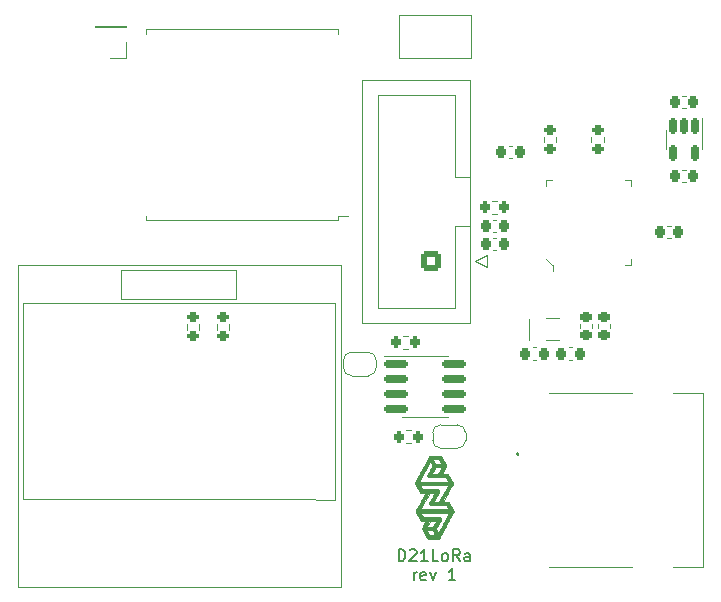
<source format=gto>
G04 #@! TF.GenerationSoftware,KiCad,Pcbnew,(5.99.0-11444-g3c721c55de)*
G04 #@! TF.CreationDate,2021-10-03T12:01:57-03:00*
G04 #@! TF.ProjectId,d21lora,6432316c-6f72-4612-9e6b-696361645f70,rev?*
G04 #@! TF.SameCoordinates,Original*
G04 #@! TF.FileFunction,Legend,Top*
G04 #@! TF.FilePolarity,Positive*
%FSLAX46Y46*%
G04 Gerber Fmt 4.6, Leading zero omitted, Abs format (unit mm)*
G04 Created by KiCad (PCBNEW (5.99.0-11444-g3c721c55de)) date 2021-10-03 12:01:57*
%MOMM*%
%LPD*%
G01*
G04 APERTURE LIST*
G04 Aperture macros list*
%AMRoundRect*
0 Rectangle with rounded corners*
0 $1 Rounding radius*
0 $2 $3 $4 $5 $6 $7 $8 $9 X,Y pos of 4 corners*
0 Add a 4 corners polygon primitive as box body*
4,1,4,$2,$3,$4,$5,$6,$7,$8,$9,$2,$3,0*
0 Add four circle primitives for the rounded corners*
1,1,$1+$1,$2,$3*
1,1,$1+$1,$4,$5*
1,1,$1+$1,$6,$7*
1,1,$1+$1,$8,$9*
0 Add four rect primitives between the rounded corners*
20,1,$1+$1,$2,$3,$4,$5,0*
20,1,$1+$1,$4,$5,$6,$7,0*
20,1,$1+$1,$6,$7,$8,$9,0*
20,1,$1+$1,$8,$9,$2,$3,0*%
%AMFreePoly0*
4,1,20,0.000000,0.744959,0.073905,0.744508,0.209726,0.703889,0.328688,0.626782,0.421226,0.519385,0.479903,0.390333,0.500000,0.250000,0.500000,-0.250000,0.499851,-0.262216,0.476331,-0.402017,0.414519,-0.529596,0.319384,-0.634700,0.198574,-0.708877,0.061801,-0.746166,0.000000,-0.745033,0.000000,-0.750000,-0.500000,-0.750000,-0.500000,0.750000,0.000000,0.750000,0.000000,0.744959,
0.000000,0.744959,$1*%
%AMFreePoly1*
4,1,22,0.500000,-0.750000,0.000000,-0.750000,0.000000,-0.745033,-0.079941,-0.743568,-0.215256,-0.701293,-0.333266,-0.622738,-0.424486,-0.514219,-0.481581,-0.384460,-0.499164,-0.250000,-0.500000,-0.250000,-0.500000,0.250000,-0.499164,0.250000,-0.499963,0.256109,-0.478152,0.396186,-0.417904,0.524511,-0.324060,0.630769,-0.204165,0.706417,-0.067858,0.745374,0.000000,0.744959,0.000000,0.750000,
0.500000,0.750000,0.500000,-0.750000,0.500000,-0.750000,$1*%
G04 Aperture macros list end*
%ADD10C,0.200000*%
%ADD11C,0.010000*%
%ADD12C,0.120000*%
%ADD13C,0.100000*%
%ADD14FreePoly0,0.000000*%
%ADD15FreePoly1,0.000000*%
%ADD16C,3.200000*%
%ADD17RoundRect,0.225000X-0.250000X0.225000X-0.250000X-0.225000X0.250000X-0.225000X0.250000X0.225000X0*%
%ADD18FreePoly1,180.000000*%
%ADD19FreePoly0,180.000000*%
%ADD20RoundRect,0.225000X0.225000X0.250000X-0.225000X0.250000X-0.225000X-0.250000X0.225000X-0.250000X0*%
%ADD21R,2.180000X1.600000*%
%ADD22RoundRect,0.200000X0.275000X-0.200000X0.275000X0.200000X-0.275000X0.200000X-0.275000X-0.200000X0*%
%ADD23RoundRect,0.225000X-0.225000X-0.250000X0.225000X-0.250000X0.225000X0.250000X-0.225000X0.250000X0*%
%ADD24RoundRect,0.200000X-0.200000X-0.275000X0.200000X-0.275000X0.200000X0.275000X-0.200000X0.275000X0*%
%ADD25RoundRect,0.150000X-0.150000X0.512500X-0.150000X-0.512500X0.150000X-0.512500X0.150000X0.512500X0*%
%ADD26O,1.600000X2.000000*%
%ADD27R,1.000000X1.800000*%
%ADD28R,1.250000X0.350000*%
%ADD29R,0.350000X1.250000*%
%ADD30C,1.000000*%
%ADD31RoundRect,0.200000X0.200000X0.275000X-0.200000X0.275000X-0.200000X-0.275000X0.200000X-0.275000X0*%
%ADD32RoundRect,0.250000X0.600000X0.600000X-0.600000X0.600000X-0.600000X-0.600000X0.600000X-0.600000X0*%
%ADD33C,1.700000*%
%ADD34R,1.600000X0.700000*%
%ADD35R,1.400000X1.200000*%
%ADD36R,2.200000X1.200000*%
%ADD37R,1.400000X1.600000*%
%ADD38RoundRect,0.150000X-0.825000X-0.150000X0.825000X-0.150000X0.825000X0.150000X-0.825000X0.150000X0*%
%ADD39RoundRect,0.200000X-0.275000X0.200000X-0.275000X-0.200000X0.275000X-0.200000X0.275000X0.200000X0*%
%ADD40R,1.700000X1.700000*%
%ADD41R,2.000000X1.000000*%
%ADD42C,0.650000*%
%ADD43R,0.600000X1.450000*%
%ADD44R,0.300000X1.450000*%
G04 APERTURE END LIST*
D10*
X33234633Y-47119980D02*
X33234633Y-46119980D01*
X33472728Y-46119980D01*
X33615585Y-46167600D01*
X33710823Y-46262838D01*
X33758443Y-46358076D01*
X33806062Y-46548552D01*
X33806062Y-46691409D01*
X33758443Y-46881885D01*
X33710823Y-46977123D01*
X33615585Y-47072361D01*
X33472728Y-47119980D01*
X33234633Y-47119980D01*
X34187014Y-46215219D02*
X34234633Y-46167600D01*
X34329871Y-46119980D01*
X34567966Y-46119980D01*
X34663204Y-46167600D01*
X34710823Y-46215219D01*
X34758443Y-46310457D01*
X34758443Y-46405695D01*
X34710823Y-46548552D01*
X34139395Y-47119980D01*
X34758443Y-47119980D01*
X35710823Y-47119980D02*
X35139395Y-47119980D01*
X35425109Y-47119980D02*
X35425109Y-46119980D01*
X35329871Y-46262838D01*
X35234633Y-46358076D01*
X35139395Y-46405695D01*
X36615585Y-47119980D02*
X36139395Y-47119980D01*
X36139395Y-46119980D01*
X37091776Y-47119980D02*
X36996538Y-47072361D01*
X36948919Y-47024742D01*
X36901300Y-46929504D01*
X36901300Y-46643790D01*
X36948919Y-46548552D01*
X36996538Y-46500933D01*
X37091776Y-46453314D01*
X37234633Y-46453314D01*
X37329871Y-46500933D01*
X37377490Y-46548552D01*
X37425109Y-46643790D01*
X37425109Y-46929504D01*
X37377490Y-47024742D01*
X37329871Y-47072361D01*
X37234633Y-47119980D01*
X37091776Y-47119980D01*
X38425109Y-47119980D02*
X38091776Y-46643790D01*
X37853681Y-47119980D02*
X37853681Y-46119980D01*
X38234633Y-46119980D01*
X38329871Y-46167600D01*
X38377490Y-46215219D01*
X38425109Y-46310457D01*
X38425109Y-46453314D01*
X38377490Y-46548552D01*
X38329871Y-46596171D01*
X38234633Y-46643790D01*
X37853681Y-46643790D01*
X39282252Y-47119980D02*
X39282252Y-46596171D01*
X39234633Y-46500933D01*
X39139395Y-46453314D01*
X38948919Y-46453314D01*
X38853681Y-46500933D01*
X39282252Y-47072361D02*
X39187014Y-47119980D01*
X38948919Y-47119980D01*
X38853681Y-47072361D01*
X38806062Y-46977123D01*
X38806062Y-46881885D01*
X38853681Y-46786647D01*
X38948919Y-46739028D01*
X39187014Y-46739028D01*
X39282252Y-46691409D01*
X34520347Y-48729980D02*
X34520347Y-48063314D01*
X34520347Y-48253790D02*
X34567966Y-48158552D01*
X34615585Y-48110933D01*
X34710823Y-48063314D01*
X34806062Y-48063314D01*
X35520347Y-48682361D02*
X35425109Y-48729980D01*
X35234633Y-48729980D01*
X35139395Y-48682361D01*
X35091776Y-48587123D01*
X35091776Y-48206171D01*
X35139395Y-48110933D01*
X35234633Y-48063314D01*
X35425109Y-48063314D01*
X35520347Y-48110933D01*
X35567966Y-48206171D01*
X35567966Y-48301409D01*
X35091776Y-48396647D01*
X35901300Y-48063314D02*
X36139395Y-48729980D01*
X36377490Y-48063314D01*
X38044157Y-48729980D02*
X37472728Y-48729980D01*
X37758443Y-48729980D02*
X37758443Y-47729980D01*
X37663204Y-47872838D01*
X37567966Y-47968076D01*
X37472728Y-48015695D01*
D11*
X36265398Y-38198763D02*
X36337466Y-38198778D01*
X36337466Y-38198778D02*
X36786199Y-38198778D01*
X36786199Y-38198778D02*
X36808777Y-38210961D01*
X36808777Y-38210961D02*
X36826901Y-38222614D01*
X36826901Y-38222614D02*
X36843425Y-38236170D01*
X36843425Y-38236170D02*
X36846430Y-38239183D01*
X36846430Y-38239183D02*
X36851519Y-38246641D01*
X36851519Y-38246641D02*
X36861537Y-38263214D01*
X36861537Y-38263214D02*
X36876030Y-38288093D01*
X36876030Y-38288093D02*
X36894543Y-38320473D01*
X36894543Y-38320473D02*
X36916623Y-38359544D01*
X36916623Y-38359544D02*
X36941814Y-38404498D01*
X36941814Y-38404498D02*
X36969662Y-38454529D01*
X36969662Y-38454529D02*
X36999714Y-38508828D01*
X36999714Y-38508828D02*
X37031514Y-38566588D01*
X37031514Y-38566588D02*
X37064609Y-38627001D01*
X37064609Y-38627001D02*
X37066564Y-38630578D01*
X37066564Y-38630578D02*
X37271621Y-39005933D01*
X37271621Y-39005933D02*
X37271621Y-39048267D01*
X37271621Y-39048267D02*
X37269837Y-39080646D01*
X37269837Y-39080646D02*
X37264571Y-39103333D01*
X37264571Y-39103333D02*
X37262650Y-39107533D01*
X37262650Y-39107533D02*
X37258300Y-39115411D01*
X37258300Y-39115411D02*
X37248899Y-39132196D01*
X37248899Y-39132196D02*
X37234963Y-39156976D01*
X37234963Y-39156976D02*
X37217006Y-39188838D01*
X37217006Y-39188838D02*
X37195545Y-39226868D01*
X37195545Y-39226868D02*
X37171094Y-39270153D01*
X37171094Y-39270153D02*
X37144168Y-39317780D01*
X37144168Y-39317780D02*
X37115284Y-39368836D01*
X37115284Y-39368836D02*
X37086261Y-39420104D01*
X37086261Y-39420104D02*
X37056299Y-39473044D01*
X37056299Y-39473044D02*
X37028055Y-39523008D01*
X37028055Y-39523008D02*
X37002010Y-39569141D01*
X37002010Y-39569141D02*
X36978645Y-39610589D01*
X36978645Y-39610589D02*
X36958441Y-39646497D01*
X36958441Y-39646497D02*
X36941878Y-39676011D01*
X36941878Y-39676011D02*
X36929437Y-39698277D01*
X36929437Y-39698277D02*
X36921598Y-39712440D01*
X36921598Y-39712440D02*
X36918844Y-39717646D01*
X36918844Y-39717646D02*
X36918843Y-39717650D01*
X36918843Y-39717650D02*
X36924280Y-39718126D01*
X36924280Y-39718126D02*
X36939759Y-39718645D01*
X36939759Y-39718645D02*
X36964033Y-39719186D01*
X36964033Y-39719186D02*
X36995857Y-39719729D01*
X36995857Y-39719729D02*
X37033983Y-39720251D01*
X37033983Y-39720251D02*
X37077165Y-39720732D01*
X37077165Y-39720732D02*
X37124157Y-39721151D01*
X37124157Y-39721151D02*
X37126277Y-39721168D01*
X37126277Y-39721168D02*
X37183317Y-39721642D01*
X37183317Y-39721642D02*
X37230257Y-39722215D01*
X37230257Y-39722215D02*
X37268285Y-39723068D01*
X37268285Y-39723068D02*
X37298591Y-39724380D01*
X37298591Y-39724380D02*
X37322362Y-39726333D01*
X37322362Y-39726333D02*
X37340788Y-39729108D01*
X37340788Y-39729108D02*
X37355057Y-39732885D01*
X37355057Y-39732885D02*
X37366357Y-39737844D01*
X37366357Y-39737844D02*
X37375877Y-39744167D01*
X37375877Y-39744167D02*
X37384805Y-39752033D01*
X37384805Y-39752033D02*
X37394331Y-39761624D01*
X37394331Y-39761624D02*
X37394650Y-39761953D01*
X37394650Y-39761953D02*
X37399994Y-39769212D01*
X37399994Y-39769212D02*
X37410603Y-39785178D01*
X37410603Y-39785178D02*
X37425893Y-39808902D01*
X37425893Y-39808902D02*
X37445281Y-39839436D01*
X37445281Y-39839436D02*
X37468183Y-39875829D01*
X37468183Y-39875829D02*
X37494015Y-39917135D01*
X37494015Y-39917135D02*
X37522193Y-39962404D01*
X37522193Y-39962404D02*
X37552134Y-40010687D01*
X37552134Y-40010687D02*
X37583254Y-40061036D01*
X37583254Y-40061036D02*
X37614969Y-40112501D01*
X37614969Y-40112501D02*
X37646695Y-40164134D01*
X37646695Y-40164134D02*
X37677849Y-40214987D01*
X37677849Y-40214987D02*
X37707847Y-40264110D01*
X37707847Y-40264110D02*
X37736105Y-40310555D01*
X37736105Y-40310555D02*
X37762040Y-40353373D01*
X37762040Y-40353373D02*
X37785067Y-40391615D01*
X37785067Y-40391615D02*
X37804604Y-40424333D01*
X37804604Y-40424333D02*
X37820066Y-40450577D01*
X37820066Y-40450577D02*
X37830869Y-40469399D01*
X37830869Y-40469399D02*
X37836430Y-40479850D01*
X37836430Y-40479850D02*
X37836660Y-40480363D01*
X37836660Y-40480363D02*
X37842749Y-40503780D01*
X37842749Y-40503780D02*
X37844462Y-40532327D01*
X37844462Y-40532327D02*
X37841931Y-40561039D01*
X37841931Y-40561039D02*
X37835286Y-40584947D01*
X37835286Y-40584947D02*
X37833839Y-40588014D01*
X37833839Y-40588014D02*
X37829808Y-40595223D01*
X37829808Y-40595223D02*
X37820405Y-40611631D01*
X37820405Y-40611631D02*
X37805952Y-40636685D01*
X37805952Y-40636685D02*
X37786768Y-40669835D01*
X37786768Y-40669835D02*
X37763175Y-40710529D01*
X37763175Y-40710529D02*
X37735492Y-40758216D01*
X37735492Y-40758216D02*
X37704040Y-40812345D01*
X37704040Y-40812345D02*
X37669139Y-40872365D01*
X37669139Y-40872365D02*
X37631110Y-40937724D01*
X37631110Y-40937724D02*
X37590274Y-41007872D01*
X37590274Y-41007872D02*
X37546950Y-41082257D01*
X37546950Y-41082257D02*
X37501460Y-41160327D01*
X37501460Y-41160327D02*
X37454123Y-41241533D01*
X37454123Y-41241533D02*
X37405260Y-41325321D01*
X37405260Y-41325321D02*
X37393457Y-41345556D01*
X37393457Y-41345556D02*
X36963768Y-42082156D01*
X36963768Y-42082156D02*
X37182606Y-42084978D01*
X37182606Y-42084978D02*
X37238201Y-42085717D01*
X37238201Y-42085717D02*
X37283667Y-42086407D01*
X37283667Y-42086407D02*
X37320163Y-42087121D01*
X37320163Y-42087121D02*
X37348848Y-42087930D01*
X37348848Y-42087930D02*
X37370881Y-42088907D01*
X37370881Y-42088907D02*
X37387422Y-42090123D01*
X37387422Y-42090123D02*
X37399629Y-42091651D01*
X37399629Y-42091651D02*
X37408662Y-42093563D01*
X37408662Y-42093563D02*
X37415680Y-42095931D01*
X37415680Y-42095931D02*
X37421841Y-42098826D01*
X37421841Y-42098826D02*
X37424021Y-42099983D01*
X37424021Y-42099983D02*
X37442043Y-42111615D01*
X37442043Y-42111615D02*
X37458370Y-42125154D01*
X37458370Y-42125154D02*
X37461360Y-42128205D01*
X37461360Y-42128205D02*
X37466635Y-42135625D01*
X37466635Y-42135625D02*
X37477161Y-42151947D01*
X37477161Y-42151947D02*
X37492444Y-42176357D01*
X37492444Y-42176357D02*
X37511987Y-42208041D01*
X37511987Y-42208041D02*
X37535296Y-42246186D01*
X37535296Y-42246186D02*
X37561873Y-42289977D01*
X37561873Y-42289977D02*
X37591224Y-42338601D01*
X37591224Y-42338601D02*
X37622852Y-42391244D01*
X37622852Y-42391244D02*
X37656262Y-42447092D01*
X37656262Y-42447092D02*
X37684316Y-42494165D01*
X37684316Y-42494165D02*
X37892510Y-42844085D01*
X37892510Y-42844085D02*
X37892510Y-42886454D01*
X37892510Y-42886454D02*
X37891806Y-42910932D01*
X37891806Y-42910932D02*
X37888885Y-42929305D01*
X37888885Y-42929305D02*
X37882540Y-42946713D01*
X37882540Y-42946713D02*
X37874560Y-42962689D01*
X37874560Y-42962689D02*
X37832244Y-43042458D01*
X37832244Y-43042458D02*
X37787590Y-43126507D01*
X37787590Y-43126507D02*
X37740869Y-43214335D01*
X37740869Y-43214335D02*
X37692348Y-43305441D01*
X37692348Y-43305441D02*
X37642299Y-43399321D01*
X37642299Y-43399321D02*
X37590989Y-43495475D01*
X37590989Y-43495475D02*
X37538689Y-43593402D01*
X37538689Y-43593402D02*
X37485669Y-43692599D01*
X37485669Y-43692599D02*
X37432197Y-43792566D01*
X37432197Y-43792566D02*
X37378543Y-43892800D01*
X37378543Y-43892800D02*
X37324977Y-43992799D01*
X37324977Y-43992799D02*
X37271768Y-44092063D01*
X37271768Y-44092063D02*
X37219186Y-44190090D01*
X37219186Y-44190090D02*
X37167500Y-44286378D01*
X37167500Y-44286378D02*
X37116980Y-44380425D01*
X37116980Y-44380425D02*
X37067894Y-44471730D01*
X37067894Y-44471730D02*
X37020514Y-44559792D01*
X37020514Y-44559792D02*
X36975107Y-44644108D01*
X36975107Y-44644108D02*
X36931944Y-44724177D01*
X36931944Y-44724177D02*
X36891294Y-44799498D01*
X36891294Y-44799498D02*
X36853426Y-44869569D01*
X36853426Y-44869569D02*
X36818610Y-44933888D01*
X36818610Y-44933888D02*
X36787116Y-44991954D01*
X36787116Y-44991954D02*
X36759213Y-45043265D01*
X36759213Y-45043265D02*
X36735171Y-45087320D01*
X36735171Y-45087320D02*
X36715258Y-45123616D01*
X36715258Y-45123616D02*
X36699745Y-45151653D01*
X36699745Y-45151653D02*
X36688901Y-45170929D01*
X36688901Y-45170929D02*
X36682995Y-45180942D01*
X36682995Y-45180942D02*
X36682088Y-45182229D01*
X36682088Y-45182229D02*
X36675778Y-45189113D01*
X36675778Y-45189113D02*
X36670265Y-45195119D01*
X36670265Y-45195119D02*
X36664780Y-45200309D01*
X36664780Y-45200309D02*
X36658551Y-45204743D01*
X36658551Y-45204743D02*
X36650807Y-45208484D01*
X36650807Y-45208484D02*
X36640778Y-45211593D01*
X36640778Y-45211593D02*
X36627692Y-45214130D01*
X36627692Y-45214130D02*
X36610780Y-45216156D01*
X36610780Y-45216156D02*
X36589270Y-45217734D01*
X36589270Y-45217734D02*
X36562391Y-45218923D01*
X36562391Y-45218923D02*
X36529373Y-45219786D01*
X36529373Y-45219786D02*
X36489445Y-45220383D01*
X36489445Y-45220383D02*
X36441836Y-45220776D01*
X36441836Y-45220776D02*
X36385775Y-45221026D01*
X36385775Y-45221026D02*
X36320491Y-45221194D01*
X36320491Y-45221194D02*
X36245215Y-45221341D01*
X36245215Y-45221341D02*
X36187888Y-45221461D01*
X36187888Y-45221461D02*
X36118071Y-45221563D01*
X36118071Y-45221563D02*
X36051309Y-45221553D01*
X36051309Y-45221553D02*
X35988493Y-45221438D01*
X35988493Y-45221438D02*
X35930516Y-45221224D01*
X35930516Y-45221224D02*
X35878271Y-45220919D01*
X35878271Y-45220919D02*
X35832651Y-45220527D01*
X35832651Y-45220527D02*
X35794549Y-45220057D01*
X35794549Y-45220057D02*
X35764856Y-45219515D01*
X35764856Y-45219515D02*
X35744466Y-45218907D01*
X35744466Y-45218907D02*
X35734271Y-45218241D01*
X35734271Y-45218241D02*
X35733474Y-45218083D01*
X35733474Y-45218083D02*
X35699354Y-45202876D01*
X35699354Y-45202876D02*
X35671435Y-45181080D01*
X35671435Y-45181080D02*
X35670452Y-45180048D01*
X35670452Y-45180048D02*
X35665345Y-45172623D01*
X35665345Y-45172623D02*
X35655248Y-45156109D01*
X35655248Y-45156109D02*
X35640618Y-45131307D01*
X35640618Y-45131307D02*
X35621911Y-45099018D01*
X35621911Y-45099018D02*
X35599583Y-45060040D01*
X35599583Y-45060040D02*
X35574090Y-45015176D01*
X35574090Y-45015176D02*
X35545889Y-44965224D01*
X35545889Y-44965224D02*
X35515435Y-44910985D01*
X35515435Y-44910985D02*
X35483186Y-44853259D01*
X35483186Y-44853259D02*
X35449596Y-44792847D01*
X35449596Y-44792847D02*
X35445713Y-44785844D01*
X35445713Y-44785844D02*
X35295971Y-44515741D01*
X35295971Y-44515741D02*
X35620621Y-44515741D01*
X35620621Y-44515741D02*
X35623276Y-44521293D01*
X35623276Y-44521293D02*
X35630865Y-44535672D01*
X35630865Y-44535672D02*
X35642824Y-44557846D01*
X35642824Y-44557846D02*
X35658589Y-44586781D01*
X35658589Y-44586781D02*
X35677597Y-44621446D01*
X35677597Y-44621446D02*
X35699283Y-44660806D01*
X35699283Y-44660806D02*
X35723083Y-44703830D01*
X35723083Y-44703830D02*
X35737731Y-44730230D01*
X35737731Y-44730230D02*
X35854841Y-44941067D01*
X35854841Y-44941067D02*
X36353483Y-44941067D01*
X36353483Y-44941067D02*
X36248279Y-44726578D01*
X36248279Y-44726578D02*
X36143076Y-44512089D01*
X36143076Y-44512089D02*
X35881849Y-44512089D01*
X35881849Y-44512089D02*
X35828758Y-44512165D01*
X35828758Y-44512165D02*
X35779287Y-44512384D01*
X35779287Y-44512384D02*
X35734546Y-44512729D01*
X35734546Y-44512729D02*
X35695646Y-44513186D01*
X35695646Y-44513186D02*
X35663698Y-44513738D01*
X35663698Y-44513738D02*
X35639813Y-44514371D01*
X35639813Y-44514371D02*
X35625101Y-44515068D01*
X35625101Y-44515068D02*
X35620621Y-44515741D01*
X35620621Y-44515741D02*
X35295971Y-44515741D01*
X35295971Y-44515741D02*
X35236055Y-44407667D01*
X35236055Y-44407667D02*
X35237984Y-44365333D01*
X35237984Y-44365333D02*
X35239913Y-44323000D01*
X35239913Y-44323000D02*
X35298291Y-44221438D01*
X35298291Y-44221438D02*
X35627263Y-44221438D01*
X35627263Y-44221438D02*
X35627919Y-44223433D01*
X35627919Y-44223433D02*
X35631440Y-44225092D01*
X35631440Y-44225092D02*
X35638742Y-44226445D01*
X35638742Y-44226445D02*
X35650742Y-44227522D01*
X35650742Y-44227522D02*
X35668358Y-44228353D01*
X35668358Y-44228353D02*
X35692506Y-44228968D01*
X35692506Y-44228968D02*
X35724104Y-44229397D01*
X35724104Y-44229397D02*
X35764067Y-44229669D01*
X35764067Y-44229669D02*
X35813314Y-44229815D01*
X35813314Y-44229815D02*
X35872760Y-44229866D01*
X35872760Y-44229866D02*
X35885112Y-44229867D01*
X35885112Y-44229867D02*
X36144786Y-44229867D01*
X36144786Y-44229867D02*
X36155632Y-44214344D01*
X36155632Y-44214344D02*
X36160614Y-44206466D01*
X36160614Y-44206466D02*
X36170711Y-44189872D01*
X36170711Y-44189872D02*
X36185315Y-44165579D01*
X36185315Y-44165579D02*
X36203822Y-44134604D01*
X36203822Y-44134604D02*
X36225624Y-44097963D01*
X36225624Y-44097963D02*
X36250117Y-44056672D01*
X36250117Y-44056672D02*
X36276695Y-44011749D01*
X36276695Y-44011749D02*
X36304750Y-43964209D01*
X36304750Y-43964209D02*
X36306196Y-43961756D01*
X36306196Y-43961756D02*
X36334209Y-43914241D01*
X36334209Y-43914241D02*
X36360674Y-43869388D01*
X36360674Y-43869388D02*
X36384997Y-43828196D01*
X36384997Y-43828196D02*
X36406588Y-43791666D01*
X36406588Y-43791666D02*
X36424855Y-43760798D01*
X36424855Y-43760798D02*
X36439206Y-43736593D01*
X36439206Y-43736593D02*
X36449049Y-43720051D01*
X36449049Y-43720051D02*
X36453794Y-43712173D01*
X36453794Y-43712173D02*
X36453909Y-43711989D01*
X36453909Y-43711989D02*
X36461904Y-43699289D01*
X36461904Y-43699289D02*
X36192251Y-43699477D01*
X36192251Y-43699477D02*
X35922599Y-43699665D01*
X35922599Y-43699665D02*
X35775843Y-43956337D01*
X35775843Y-43956337D02*
X35747638Y-44005764D01*
X35747638Y-44005764D02*
X35721146Y-44052379D01*
X35721146Y-44052379D02*
X35696895Y-44095237D01*
X35696895Y-44095237D02*
X35675416Y-44133392D01*
X35675416Y-44133392D02*
X35657238Y-44165900D01*
X35657238Y-44165900D02*
X35642891Y-44191816D01*
X35642891Y-44191816D02*
X35632905Y-44210195D01*
X35632905Y-44210195D02*
X35627808Y-44220092D01*
X35627808Y-44220092D02*
X35627263Y-44221438D01*
X35627263Y-44221438D02*
X35298291Y-44221438D01*
X35298291Y-44221438D02*
X35418357Y-44012556D01*
X35418357Y-44012556D02*
X35596800Y-43702111D01*
X35596800Y-43702111D02*
X35389988Y-43699289D01*
X35389988Y-43699289D02*
X35333003Y-43698478D01*
X35333003Y-43698478D02*
X35286115Y-43697623D01*
X35286115Y-43697623D02*
X35248135Y-43696540D01*
X35248135Y-43696540D02*
X35217872Y-43695039D01*
X35217872Y-43695039D02*
X35194137Y-43692936D01*
X35194137Y-43692936D02*
X35175738Y-43690044D01*
X35175738Y-43690044D02*
X35161487Y-43686174D01*
X35161487Y-43686174D02*
X35150192Y-43681142D01*
X35150192Y-43681142D02*
X35140665Y-43674760D01*
X35140665Y-43674760D02*
X35131713Y-43666842D01*
X35131713Y-43666842D02*
X35122237Y-43657291D01*
X35122237Y-43657291D02*
X35116893Y-43650032D01*
X35116893Y-43650032D02*
X35106284Y-43634066D01*
X35106284Y-43634066D02*
X35090993Y-43610342D01*
X35090993Y-43610342D02*
X35071605Y-43579809D01*
X35071605Y-43579809D02*
X35048704Y-43543415D01*
X35048704Y-43543415D02*
X35022872Y-43502109D01*
X35022872Y-43502109D02*
X34994694Y-43456840D01*
X34994694Y-43456840D02*
X34964753Y-43408557D01*
X34964753Y-43408557D02*
X34933633Y-43358209D01*
X34933633Y-43358209D02*
X34901918Y-43306743D01*
X34901918Y-43306743D02*
X34870192Y-43255110D01*
X34870192Y-43255110D02*
X34839038Y-43204257D01*
X34839038Y-43204257D02*
X34809040Y-43155134D01*
X34809040Y-43155134D02*
X34780782Y-43108689D01*
X34780782Y-43108689D02*
X34754847Y-43065871D01*
X34754847Y-43065871D02*
X34736485Y-43035377D01*
X34736485Y-43035377D02*
X35069242Y-43035377D01*
X35069242Y-43035377D02*
X35072763Y-43041790D01*
X35072763Y-43041790D02*
X35081520Y-43056739D01*
X35081520Y-43056739D02*
X35094857Y-43079131D01*
X35094857Y-43079131D02*
X35112118Y-43107875D01*
X35112118Y-43107875D02*
X35132647Y-43141878D01*
X35132647Y-43141878D02*
X35155786Y-43180047D01*
X35155786Y-43180047D02*
X35180880Y-43221290D01*
X35180880Y-43221290D02*
X35186258Y-43230110D01*
X35186258Y-43230110D02*
X35300289Y-43417067D01*
X35300289Y-43417067D02*
X36020666Y-43417191D01*
X36020666Y-43417191D02*
X36125596Y-43417211D01*
X36125596Y-43417211D02*
X36219835Y-43417241D01*
X36219835Y-43417241D02*
X36303979Y-43417290D01*
X36303979Y-43417290D02*
X36378627Y-43417366D01*
X36378627Y-43417366D02*
X36444377Y-43417480D01*
X36444377Y-43417480D02*
X36501825Y-43417641D01*
X36501825Y-43417641D02*
X36551569Y-43417858D01*
X36551569Y-43417858D02*
X36594207Y-43418139D01*
X36594207Y-43418139D02*
X36630336Y-43418496D01*
X36630336Y-43418496D02*
X36660554Y-43418936D01*
X36660554Y-43418936D02*
X36685458Y-43419469D01*
X36685458Y-43419469D02*
X36705646Y-43420105D01*
X36705646Y-43420105D02*
X36721715Y-43420853D01*
X36721715Y-43420853D02*
X36734263Y-43421721D01*
X36734263Y-43421721D02*
X36743887Y-43422721D01*
X36743887Y-43422721D02*
X36751185Y-43423859D01*
X36751185Y-43423859D02*
X36756754Y-43425147D01*
X36756754Y-43425147D02*
X36761192Y-43426594D01*
X36761192Y-43426594D02*
X36765096Y-43428208D01*
X36765096Y-43428208D02*
X36766443Y-43428812D01*
X36766443Y-43428812D02*
X36798984Y-43448231D01*
X36798984Y-43448231D02*
X36823430Y-43474192D01*
X36823430Y-43474192D02*
X36837658Y-43498911D01*
X36837658Y-43498911D02*
X36848349Y-43532617D01*
X36848349Y-43532617D02*
X36850645Y-43568251D01*
X36850645Y-43568251D02*
X36844444Y-43601860D01*
X36844444Y-43601860D02*
X36840531Y-43611800D01*
X36840531Y-43611800D02*
X36836035Y-43620223D01*
X36836035Y-43620223D02*
X36826249Y-43637548D01*
X36826249Y-43637548D02*
X36811647Y-43662965D01*
X36811647Y-43662965D02*
X36792698Y-43695668D01*
X36792698Y-43695668D02*
X36769875Y-43734849D01*
X36769875Y-43734849D02*
X36743648Y-43779700D01*
X36743648Y-43779700D02*
X36714491Y-43829414D01*
X36714491Y-43829414D02*
X36682873Y-43883182D01*
X36682873Y-43883182D02*
X36649267Y-43940198D01*
X36649267Y-43940198D02*
X36614143Y-43999653D01*
X36614143Y-43999653D02*
X36612055Y-44003184D01*
X36612055Y-44003184D02*
X36577173Y-44062223D01*
X36577173Y-44062223D02*
X36544014Y-44118473D01*
X36544014Y-44118473D02*
X36513022Y-44171176D01*
X36513022Y-44171176D02*
X36484639Y-44219571D01*
X36484639Y-44219571D02*
X36459308Y-44262899D01*
X36459308Y-44262899D02*
X36437472Y-44300400D01*
X36437472Y-44300400D02*
X36419575Y-44331316D01*
X36419575Y-44331316D02*
X36406060Y-44354886D01*
X36406060Y-44354886D02*
X36397369Y-44370352D01*
X36397369Y-44370352D02*
X36393946Y-44376953D01*
X36393946Y-44376953D02*
X36393910Y-44377107D01*
X36393910Y-44377107D02*
X36396309Y-44382930D01*
X36396309Y-44382930D02*
X36403067Y-44397379D01*
X36403067Y-44397379D02*
X36413528Y-44419135D01*
X36413528Y-44419135D02*
X36427037Y-44446878D01*
X36427037Y-44446878D02*
X36442937Y-44479290D01*
X36442937Y-44479290D02*
X36460572Y-44515049D01*
X36460572Y-44515049D02*
X36479286Y-44552839D01*
X36479286Y-44552839D02*
X36498424Y-44591337D01*
X36498424Y-44591337D02*
X36517327Y-44629227D01*
X36517327Y-44629227D02*
X36535342Y-44665187D01*
X36535342Y-44665187D02*
X36551811Y-44697899D01*
X36551811Y-44697899D02*
X36566078Y-44726043D01*
X36566078Y-44726043D02*
X36577488Y-44748300D01*
X36577488Y-44748300D02*
X36585384Y-44763350D01*
X36585384Y-44763350D02*
X36589110Y-44769874D01*
X36589110Y-44769874D02*
X36589305Y-44770034D01*
X36589305Y-44770034D02*
X36592028Y-44765018D01*
X36592028Y-44765018D02*
X36599794Y-44750547D01*
X36599794Y-44750547D02*
X36612336Y-44727129D01*
X36612336Y-44727129D02*
X36629381Y-44695269D01*
X36629381Y-44695269D02*
X36650660Y-44655472D01*
X36650660Y-44655472D02*
X36675902Y-44608244D01*
X36675902Y-44608244D02*
X36704838Y-44554091D01*
X36704838Y-44554091D02*
X36737197Y-44493519D01*
X36737197Y-44493519D02*
X36772709Y-44427033D01*
X36772709Y-44427033D02*
X36811104Y-44355140D01*
X36811104Y-44355140D02*
X36852112Y-44278345D01*
X36852112Y-44278345D02*
X36895462Y-44197154D01*
X36895462Y-44197154D02*
X36940884Y-44112073D01*
X36940884Y-44112073D02*
X36988109Y-44023607D01*
X36988109Y-44023607D02*
X37036865Y-43932263D01*
X37036865Y-43932263D02*
X37053743Y-43900640D01*
X37053743Y-43900640D02*
X37102956Y-43808419D01*
X37102956Y-43808419D02*
X37150718Y-43718890D01*
X37150718Y-43718890D02*
X37196758Y-43632562D01*
X37196758Y-43632562D02*
X37240808Y-43549941D01*
X37240808Y-43549941D02*
X37282598Y-43471532D01*
X37282598Y-43471532D02*
X37321858Y-43397844D01*
X37321858Y-43397844D02*
X37358318Y-43329383D01*
X37358318Y-43329383D02*
X37391708Y-43266654D01*
X37391708Y-43266654D02*
X37421760Y-43210166D01*
X37421760Y-43210166D02*
X37448203Y-43160423D01*
X37448203Y-43160423D02*
X37470768Y-43117934D01*
X37470768Y-43117934D02*
X37489185Y-43083205D01*
X37489185Y-43083205D02*
X37503184Y-43056741D01*
X37503184Y-43056741D02*
X37512496Y-43039051D01*
X37512496Y-43039051D02*
X37516851Y-43030640D01*
X37516851Y-43030640D02*
X37517155Y-43029985D01*
X37517155Y-43029985D02*
X37511596Y-43029757D01*
X37511596Y-43029757D02*
X37495261Y-43029536D01*
X37495261Y-43029536D02*
X37468662Y-43029322D01*
X37468662Y-43029322D02*
X37432314Y-43029115D01*
X37432314Y-43029115D02*
X37386728Y-43028917D01*
X37386728Y-43028917D02*
X37332418Y-43028729D01*
X37332418Y-43028729D02*
X37269896Y-43028552D01*
X37269896Y-43028552D02*
X37199675Y-43028387D01*
X37199675Y-43028387D02*
X37122268Y-43028235D01*
X37122268Y-43028235D02*
X37038188Y-43028097D01*
X37038188Y-43028097D02*
X36947947Y-43027973D01*
X36947947Y-43027973D02*
X36852060Y-43027866D01*
X36852060Y-43027866D02*
X36751037Y-43027775D01*
X36751037Y-43027775D02*
X36645394Y-43027702D01*
X36645394Y-43027702D02*
X36535641Y-43027648D01*
X36535641Y-43027648D02*
X36422293Y-43027613D01*
X36422293Y-43027613D02*
X36305861Y-43027600D01*
X36305861Y-43027600D02*
X36291706Y-43027600D01*
X36291706Y-43027600D02*
X36150882Y-43027608D01*
X36150882Y-43027608D02*
X36020934Y-43027635D01*
X36020934Y-43027635D02*
X35901449Y-43027682D01*
X35901449Y-43027682D02*
X35792014Y-43027754D01*
X35792014Y-43027754D02*
X35692216Y-43027851D01*
X35692216Y-43027851D02*
X35601643Y-43027977D01*
X35601643Y-43027977D02*
X35519882Y-43028135D01*
X35519882Y-43028135D02*
X35446520Y-43028326D01*
X35446520Y-43028326D02*
X35381143Y-43028555D01*
X35381143Y-43028555D02*
X35323340Y-43028823D01*
X35323340Y-43028823D02*
X35272697Y-43029132D01*
X35272697Y-43029132D02*
X35228801Y-43029487D01*
X35228801Y-43029487D02*
X35191239Y-43029888D01*
X35191239Y-43029888D02*
X35159599Y-43030340D01*
X35159599Y-43030340D02*
X35133468Y-43030844D01*
X35133468Y-43030844D02*
X35112433Y-43031403D01*
X35112433Y-43031403D02*
X35096080Y-43032019D01*
X35096080Y-43032019D02*
X35083998Y-43032696D01*
X35083998Y-43032696D02*
X35075773Y-43033436D01*
X35075773Y-43033436D02*
X35070993Y-43034242D01*
X35070993Y-43034242D02*
X35069243Y-43035116D01*
X35069243Y-43035116D02*
X35069242Y-43035377D01*
X35069242Y-43035377D02*
X34736485Y-43035377D01*
X34736485Y-43035377D02*
X34731819Y-43027629D01*
X34731819Y-43027629D02*
X34712283Y-42994912D01*
X34712283Y-42994912D02*
X34696821Y-42968667D01*
X34696821Y-42968667D02*
X34686018Y-42949845D01*
X34686018Y-42949845D02*
X34680457Y-42939394D01*
X34680457Y-42939394D02*
X34680227Y-42938881D01*
X34680227Y-42938881D02*
X34674138Y-42915465D01*
X34674138Y-42915465D02*
X34672424Y-42886917D01*
X34672424Y-42886917D02*
X34674955Y-42858206D01*
X34674955Y-42858206D02*
X34681601Y-42834297D01*
X34681601Y-42834297D02*
X34683047Y-42831231D01*
X34683047Y-42831231D02*
X34687079Y-42824021D01*
X34687079Y-42824021D02*
X34696482Y-42807613D01*
X34696482Y-42807613D02*
X34710935Y-42782559D01*
X34710935Y-42782559D02*
X34730119Y-42749409D01*
X34730119Y-42749409D02*
X34734099Y-42742544D01*
X34734099Y-42742544D02*
X35061821Y-42742544D01*
X35061821Y-42742544D02*
X35067380Y-42742814D01*
X35067380Y-42742814D02*
X35083714Y-42743078D01*
X35083714Y-42743078D02*
X35110310Y-42743333D01*
X35110310Y-42743333D02*
X35146653Y-42743579D01*
X35146653Y-42743579D02*
X35192231Y-42743814D01*
X35192231Y-42743814D02*
X35246529Y-42744037D01*
X35246529Y-42744037D02*
X35309034Y-42744248D01*
X35309034Y-42744248D02*
X35379233Y-42744444D01*
X35379233Y-42744444D02*
X35456611Y-42744625D01*
X35456611Y-42744625D02*
X35540655Y-42744790D01*
X35540655Y-42744790D02*
X35630851Y-42744936D01*
X35630851Y-42744936D02*
X35726686Y-42745064D01*
X35726686Y-42745064D02*
X35827645Y-42745172D01*
X35827645Y-42745172D02*
X35933216Y-42745258D01*
X35933216Y-42745258D02*
X36042884Y-42745322D01*
X36042884Y-42745322D02*
X36156137Y-42745362D01*
X36156137Y-42745362D02*
X36272459Y-42745378D01*
X36272459Y-42745378D02*
X37505088Y-42745378D01*
X37505088Y-42745378D02*
X37281374Y-42370022D01*
X37281374Y-42370022D02*
X36601986Y-42367200D01*
X36601986Y-42367200D02*
X35922599Y-42364378D01*
X35922599Y-42364378D02*
X35899636Y-42352086D01*
X35899636Y-42352086D02*
X35866965Y-42328825D01*
X35866965Y-42328825D02*
X35842620Y-42299417D01*
X35842620Y-42299417D02*
X35827170Y-42265590D01*
X35827170Y-42265590D02*
X35821187Y-42229068D01*
X35821187Y-42229068D02*
X35825240Y-42191577D01*
X35825240Y-42191577D02*
X35836524Y-42161178D01*
X35836524Y-42161178D02*
X35841064Y-42152838D01*
X35841064Y-42152838D02*
X35850787Y-42135496D01*
X35850787Y-42135496D02*
X35865248Y-42109934D01*
X35865248Y-42109934D02*
X35884001Y-42076934D01*
X35884001Y-42076934D02*
X35906598Y-42037278D01*
X35906598Y-42037278D02*
X35932594Y-41991748D01*
X35932594Y-41991748D02*
X35961541Y-41941127D01*
X35961541Y-41941127D02*
X35992995Y-41886197D01*
X35992995Y-41886197D02*
X36026508Y-41827740D01*
X36026508Y-41827740D02*
X36061634Y-41766538D01*
X36061634Y-41766538D02*
X36076494Y-41740667D01*
X36076494Y-41740667D02*
X36111875Y-41679083D01*
X36111875Y-41679083D02*
X36145638Y-41620312D01*
X36145638Y-41620312D02*
X36177362Y-41565091D01*
X36177362Y-41565091D02*
X36206622Y-41514157D01*
X36206622Y-41514157D02*
X36232994Y-41468248D01*
X36232994Y-41468248D02*
X36256057Y-41428099D01*
X36256057Y-41428099D02*
X36275386Y-41394448D01*
X36275386Y-41394448D02*
X36290558Y-41368032D01*
X36290558Y-41368032D02*
X36301149Y-41349588D01*
X36301149Y-41349588D02*
X36306736Y-41339854D01*
X36306736Y-41339854D02*
X36307512Y-41338500D01*
X36307512Y-41338500D02*
X36302621Y-41337554D01*
X36302621Y-41337554D02*
X36287650Y-41336681D01*
X36287650Y-41336681D02*
X36263808Y-41335907D01*
X36263808Y-41335907D02*
X36232302Y-41335254D01*
X36232302Y-41335254D02*
X36194343Y-41334748D01*
X36194343Y-41334748D02*
X36151138Y-41334411D01*
X36151138Y-41334411D02*
X36103896Y-41334270D01*
X36103896Y-41334270D02*
X36095785Y-41334267D01*
X36095785Y-41334267D02*
X35881659Y-41334267D01*
X35881659Y-41334267D02*
X35471740Y-42036988D01*
X35471740Y-42036988D02*
X35423921Y-42118983D01*
X35423921Y-42118983D02*
X35377685Y-42198303D01*
X35377685Y-42198303D02*
X35333348Y-42274401D01*
X35333348Y-42274401D02*
X35291228Y-42346730D01*
X35291228Y-42346730D02*
X35251643Y-42414745D01*
X35251643Y-42414745D02*
X35214911Y-42477898D01*
X35214911Y-42477898D02*
X35181348Y-42535644D01*
X35181348Y-42535644D02*
X35151273Y-42587436D01*
X35151273Y-42587436D02*
X35125002Y-42632727D01*
X35125002Y-42632727D02*
X35102853Y-42670971D01*
X35102853Y-42670971D02*
X35085144Y-42701621D01*
X35085144Y-42701621D02*
X35072192Y-42724132D01*
X35072192Y-42724132D02*
X35064315Y-42737956D01*
X35064315Y-42737956D02*
X35061821Y-42742544D01*
X35061821Y-42742544D02*
X34734099Y-42742544D01*
X34734099Y-42742544D02*
X34753712Y-42708715D01*
X34753712Y-42708715D02*
X34781395Y-42661028D01*
X34781395Y-42661028D02*
X34812847Y-42606899D01*
X34812847Y-42606899D02*
X34847748Y-42546879D01*
X34847748Y-42546879D02*
X34885776Y-42481520D01*
X34885776Y-42481520D02*
X34926613Y-42411372D01*
X34926613Y-42411372D02*
X34969936Y-42336988D01*
X34969936Y-42336988D02*
X35015427Y-42258917D01*
X35015427Y-42258917D02*
X35062764Y-42177712D01*
X35062764Y-42177712D02*
X35111627Y-42093923D01*
X35111627Y-42093923D02*
X35123429Y-42073689D01*
X35123429Y-42073689D02*
X35553119Y-41337089D01*
X35553119Y-41337089D02*
X35334281Y-41334267D01*
X35334281Y-41334267D02*
X35278686Y-41333528D01*
X35278686Y-41333528D02*
X35233220Y-41332837D01*
X35233220Y-41332837D02*
X35196724Y-41332123D01*
X35196724Y-41332123D02*
X35168039Y-41331314D01*
X35168039Y-41331314D02*
X35146006Y-41330337D01*
X35146006Y-41330337D02*
X35129465Y-41329121D01*
X35129465Y-41329121D02*
X35117258Y-41327593D01*
X35117258Y-41327593D02*
X35108225Y-41325681D01*
X35108225Y-41325681D02*
X35101207Y-41323314D01*
X35101207Y-41323314D02*
X35095045Y-41320419D01*
X35095045Y-41320419D02*
X35092866Y-41319261D01*
X35092866Y-41319261D02*
X35074844Y-41307629D01*
X35074844Y-41307629D02*
X35058516Y-41294090D01*
X35058516Y-41294090D02*
X35055526Y-41291039D01*
X35055526Y-41291039D02*
X35050252Y-41283619D01*
X35050252Y-41283619D02*
X35039726Y-41267298D01*
X35039726Y-41267298D02*
X35024443Y-41242888D01*
X35024443Y-41242888D02*
X35004899Y-41211203D01*
X35004899Y-41211203D02*
X34981591Y-41173059D01*
X34981591Y-41173059D02*
X34955013Y-41129267D01*
X34955013Y-41129267D02*
X34925663Y-41080643D01*
X34925663Y-41080643D02*
X34894035Y-41028000D01*
X34894035Y-41028000D02*
X34860625Y-40972152D01*
X34860625Y-40972152D02*
X34832571Y-40925080D01*
X34832571Y-40925080D02*
X34683106Y-40673867D01*
X34683106Y-40673867D02*
X35011799Y-40673867D01*
X35011799Y-40673867D02*
X35123656Y-40861544D01*
X35123656Y-40861544D02*
X35235513Y-41049222D01*
X35235513Y-41049222D02*
X35914900Y-41052044D01*
X35914900Y-41052044D02*
X36594288Y-41054867D01*
X36594288Y-41054867D02*
X36617251Y-41067158D01*
X36617251Y-41067158D02*
X36647018Y-41088506D01*
X36647018Y-41088506D02*
X36670994Y-41116434D01*
X36670994Y-41116434D02*
X36687861Y-41148509D01*
X36687861Y-41148509D02*
X36696299Y-41182300D01*
X36696299Y-41182300D02*
X36695672Y-41211708D01*
X36695672Y-41211708D02*
X36694776Y-41217152D01*
X36694776Y-41217152D02*
X36693788Y-41222279D01*
X36693788Y-41222279D02*
X36692360Y-41227730D01*
X36692360Y-41227730D02*
X36690141Y-41234146D01*
X36690141Y-41234146D02*
X36686779Y-41242168D01*
X36686779Y-41242168D02*
X36681926Y-41252436D01*
X36681926Y-41252436D02*
X36675230Y-41265591D01*
X36675230Y-41265591D02*
X36666340Y-41282275D01*
X36666340Y-41282275D02*
X36654908Y-41303127D01*
X36654908Y-41303127D02*
X36640581Y-41328790D01*
X36640581Y-41328790D02*
X36623010Y-41359903D01*
X36623010Y-41359903D02*
X36601843Y-41397109D01*
X36601843Y-41397109D02*
X36576732Y-41441046D01*
X36576732Y-41441046D02*
X36547325Y-41492357D01*
X36547325Y-41492357D02*
X36513271Y-41551682D01*
X36513271Y-41551682D02*
X36474221Y-41619663D01*
X36474221Y-41619663D02*
X36440373Y-41678578D01*
X36440373Y-41678578D02*
X36404992Y-41740161D01*
X36404992Y-41740161D02*
X36371229Y-41798932D01*
X36371229Y-41798932D02*
X36339506Y-41854153D01*
X36339506Y-41854153D02*
X36310247Y-41905087D01*
X36310247Y-41905087D02*
X36283875Y-41950996D01*
X36283875Y-41950996D02*
X36260814Y-41991145D01*
X36260814Y-41991145D02*
X36241486Y-42024796D01*
X36241486Y-42024796D02*
X36226316Y-42051212D01*
X36226316Y-42051212D02*
X36215726Y-42069656D01*
X36215726Y-42069656D02*
X36210139Y-42079391D01*
X36210139Y-42079391D02*
X36209365Y-42080744D01*
X36209365Y-42080744D02*
X36214258Y-42081690D01*
X36214258Y-42081690D02*
X36229231Y-42082563D01*
X36229231Y-42082563D02*
X36253076Y-42083338D01*
X36253076Y-42083338D02*
X36284583Y-42083990D01*
X36284583Y-42083990D02*
X36322544Y-42084497D01*
X36322544Y-42084497D02*
X36365750Y-42084833D01*
X36365750Y-42084833D02*
X36412992Y-42084975D01*
X36412992Y-42084975D02*
X36421102Y-42084978D01*
X36421102Y-42084978D02*
X36635227Y-42084978D01*
X36635227Y-42084978D02*
X37045146Y-41382256D01*
X37045146Y-41382256D02*
X37092966Y-41300261D01*
X37092966Y-41300261D02*
X37139202Y-41220941D01*
X37139202Y-41220941D02*
X37183539Y-41144843D01*
X37183539Y-41144843D02*
X37225659Y-41072514D01*
X37225659Y-41072514D02*
X37265243Y-41004499D01*
X37265243Y-41004499D02*
X37301976Y-40941346D01*
X37301976Y-40941346D02*
X37335539Y-40883600D01*
X37335539Y-40883600D02*
X37365614Y-40831809D01*
X37365614Y-40831809D02*
X37391885Y-40786518D01*
X37391885Y-40786518D02*
X37414034Y-40748274D01*
X37414034Y-40748274D02*
X37431743Y-40717623D01*
X37431743Y-40717623D02*
X37444694Y-40695113D01*
X37444694Y-40695113D02*
X37452572Y-40681288D01*
X37452572Y-40681288D02*
X37455066Y-40676701D01*
X37455066Y-40676701D02*
X37449507Y-40676430D01*
X37449507Y-40676430D02*
X37433173Y-40676167D01*
X37433173Y-40676167D02*
X37406577Y-40675911D01*
X37406577Y-40675911D02*
X37370234Y-40675666D01*
X37370234Y-40675666D02*
X37324656Y-40675430D01*
X37324656Y-40675430D02*
X37270358Y-40675207D01*
X37270358Y-40675207D02*
X37207852Y-40674996D01*
X37207852Y-40674996D02*
X37137654Y-40674800D01*
X37137654Y-40674800D02*
X37060276Y-40674619D01*
X37060276Y-40674619D02*
X36976232Y-40674455D01*
X36976232Y-40674455D02*
X36886036Y-40674308D01*
X36886036Y-40674308D02*
X36790201Y-40674180D01*
X36790201Y-40674180D02*
X36689242Y-40674072D01*
X36689242Y-40674072D02*
X36583671Y-40673986D01*
X36583671Y-40673986D02*
X36474002Y-40673922D01*
X36474002Y-40673922D02*
X36360750Y-40673882D01*
X36360750Y-40673882D02*
X36244427Y-40673867D01*
X36244427Y-40673867D02*
X35011799Y-40673867D01*
X35011799Y-40673867D02*
X34683106Y-40673867D01*
X34683106Y-40673867D02*
X34624377Y-40575159D01*
X34624377Y-40575159D02*
X34624377Y-40532791D01*
X34624377Y-40532791D02*
X34625081Y-40508312D01*
X34625081Y-40508312D02*
X34628002Y-40489937D01*
X34628002Y-40489937D02*
X34634349Y-40472526D01*
X34634349Y-40472526D02*
X34642325Y-40456556D01*
X34642325Y-40456556D02*
X34679531Y-40386412D01*
X34679531Y-40386412D02*
X35000673Y-40386412D01*
X35000673Y-40386412D02*
X35006050Y-40387002D01*
X35006050Y-40387002D02*
X35022418Y-40387563D01*
X35022418Y-40387563D02*
X35049477Y-40388094D01*
X35049477Y-40388094D02*
X35086930Y-40388593D01*
X35086930Y-40388593D02*
X35134477Y-40389059D01*
X35134477Y-40389059D02*
X35191819Y-40389491D01*
X35191819Y-40389491D02*
X35258659Y-40389887D01*
X35258659Y-40389887D02*
X35334698Y-40390247D01*
X35334698Y-40390247D02*
X35419637Y-40390568D01*
X35419637Y-40390568D02*
X35513178Y-40390850D01*
X35513178Y-40390850D02*
X35615021Y-40391091D01*
X35615021Y-40391091D02*
X35724869Y-40391291D01*
X35724869Y-40391291D02*
X35842423Y-40391447D01*
X35842423Y-40391447D02*
X35967384Y-40391559D01*
X35967384Y-40391559D02*
X36099454Y-40391625D01*
X36099454Y-40391625D02*
X36224106Y-40391644D01*
X36224106Y-40391644D02*
X36340867Y-40391628D01*
X36340867Y-40391628D02*
X36454606Y-40391579D01*
X36454606Y-40391579D02*
X36564811Y-40391499D01*
X36564811Y-40391499D02*
X36670968Y-40391391D01*
X36670968Y-40391391D02*
X36772565Y-40391254D01*
X36772565Y-40391254D02*
X36869089Y-40391092D01*
X36869089Y-40391092D02*
X36960027Y-40390905D01*
X36960027Y-40390905D02*
X37044866Y-40390695D01*
X37044866Y-40390695D02*
X37123094Y-40390463D01*
X37123094Y-40390463D02*
X37194196Y-40390212D01*
X37194196Y-40390212D02*
X37257662Y-40389942D01*
X37257662Y-40389942D02*
X37312976Y-40389655D01*
X37312976Y-40389655D02*
X37359627Y-40389353D01*
X37359627Y-40389353D02*
X37397103Y-40389037D01*
X37397103Y-40389037D02*
X37424888Y-40388709D01*
X37424888Y-40388709D02*
X37442472Y-40388370D01*
X37442472Y-40388370D02*
X37449341Y-40388022D01*
X37449341Y-40388022D02*
X37449421Y-40387980D01*
X37449421Y-40387980D02*
X37446580Y-40382512D01*
X37446580Y-40382512D02*
X37438475Y-40368464D01*
X37438475Y-40368464D02*
X37425734Y-40346886D01*
X37425734Y-40346886D02*
X37408984Y-40318826D01*
X37408984Y-40318826D02*
X37388852Y-40285335D01*
X37388852Y-40285335D02*
X37365966Y-40247463D01*
X37365966Y-40247463D02*
X37340953Y-40206258D01*
X37340953Y-40206258D02*
X37333032Y-40193247D01*
X37333032Y-40193247D02*
X37216643Y-40002178D01*
X37216643Y-40002178D02*
X36496243Y-40002054D01*
X36496243Y-40002054D02*
X36391311Y-40002033D01*
X36391311Y-40002033D02*
X36297071Y-40002003D01*
X36297071Y-40002003D02*
X36212925Y-40001955D01*
X36212925Y-40001955D02*
X36138275Y-40001878D01*
X36138275Y-40001878D02*
X36072524Y-40001764D01*
X36072524Y-40001764D02*
X36015074Y-40001603D01*
X36015074Y-40001603D02*
X35965329Y-40001387D01*
X35965329Y-40001387D02*
X35922689Y-40001105D01*
X35922689Y-40001105D02*
X35886559Y-40000749D01*
X35886559Y-40000749D02*
X35856340Y-40000309D01*
X35856340Y-40000309D02*
X35831434Y-39999775D01*
X35831434Y-39999775D02*
X35811246Y-39999139D01*
X35811246Y-39999139D02*
X35795176Y-39998392D01*
X35795176Y-39998392D02*
X35782627Y-39997523D01*
X35782627Y-39997523D02*
X35773002Y-39996524D01*
X35773002Y-39996524D02*
X35765704Y-39995385D01*
X35765704Y-39995385D02*
X35760134Y-39994097D01*
X35760134Y-39994097D02*
X35755696Y-39992651D01*
X35755696Y-39992651D02*
X35751792Y-39991037D01*
X35751792Y-39991037D02*
X35750443Y-39990432D01*
X35750443Y-39990432D02*
X35717903Y-39971013D01*
X35717903Y-39971013D02*
X35693456Y-39945052D01*
X35693456Y-39945052D02*
X35679229Y-39920333D01*
X35679229Y-39920333D02*
X35668538Y-39886628D01*
X35668538Y-39886628D02*
X35666242Y-39850992D01*
X35666242Y-39850992D02*
X35672442Y-39817380D01*
X35672442Y-39817380D02*
X35676352Y-39807444D01*
X35676352Y-39807444D02*
X35680848Y-39799021D01*
X35680848Y-39799021D02*
X35690634Y-39781697D01*
X35690634Y-39781697D02*
X35705239Y-39756281D01*
X35705239Y-39756281D02*
X35724190Y-39723581D01*
X35724190Y-39723581D02*
X35726238Y-39720065D01*
X35726238Y-39720065D02*
X36054911Y-39720065D01*
X36054911Y-39720065D02*
X36593945Y-39717133D01*
X36593945Y-39717133D02*
X36739300Y-39460311D01*
X36739300Y-39460311D02*
X36767210Y-39410871D01*
X36767210Y-39410871D02*
X36793367Y-39364294D01*
X36793367Y-39364294D02*
X36817250Y-39321522D01*
X36817250Y-39321522D02*
X36838340Y-39283495D01*
X36838340Y-39283495D02*
X36856120Y-39251155D01*
X36856120Y-39251155D02*
X36870069Y-39225444D01*
X36870069Y-39225444D02*
X36879670Y-39207301D01*
X36879670Y-39207301D02*
X36884402Y-39197669D01*
X36884402Y-39197669D02*
X36884815Y-39196433D01*
X36884815Y-39196433D02*
X36882605Y-39194701D01*
X36882605Y-39194701D02*
X36875355Y-39193256D01*
X36875355Y-39193256D02*
X36862267Y-39192079D01*
X36862267Y-39192079D02*
X36842542Y-39191146D01*
X36842542Y-39191146D02*
X36815382Y-39190435D01*
X36815382Y-39190435D02*
X36779989Y-39189925D01*
X36779989Y-39189925D02*
X36735564Y-39189594D01*
X36735564Y-39189594D02*
X36681308Y-39189419D01*
X36681308Y-39189419D02*
X36628539Y-39189378D01*
X36628539Y-39189378D02*
X36372101Y-39189378D01*
X36372101Y-39189378D02*
X36361255Y-39204900D01*
X36361255Y-39204900D02*
X36356272Y-39212778D01*
X36356272Y-39212778D02*
X36346176Y-39229372D01*
X36346176Y-39229372D02*
X36331572Y-39253665D01*
X36331572Y-39253665D02*
X36313065Y-39284640D01*
X36313065Y-39284640D02*
X36291262Y-39321282D01*
X36291262Y-39321282D02*
X36266769Y-39362572D01*
X36266769Y-39362572D02*
X36240192Y-39407496D01*
X36240192Y-39407496D02*
X36212137Y-39455035D01*
X36212137Y-39455035D02*
X36210690Y-39457489D01*
X36210690Y-39457489D02*
X36182676Y-39505005D01*
X36182676Y-39505005D02*
X36156209Y-39549863D01*
X36156209Y-39549863D02*
X36131882Y-39591060D01*
X36131882Y-39591060D02*
X36110286Y-39627598D01*
X36110286Y-39627598D02*
X36092014Y-39658474D01*
X36092014Y-39658474D02*
X36077657Y-39682688D01*
X36077657Y-39682688D02*
X36067808Y-39699239D01*
X36067808Y-39699239D02*
X36063057Y-39707126D01*
X36063057Y-39707126D02*
X36062942Y-39707310D01*
X36062942Y-39707310D02*
X36054911Y-39720065D01*
X36054911Y-39720065D02*
X35726238Y-39720065D01*
X35726238Y-39720065D02*
X35747017Y-39684403D01*
X35747017Y-39684403D02*
X35773247Y-39639555D01*
X35773247Y-39639555D02*
X35802409Y-39589846D01*
X35802409Y-39589846D02*
X35834031Y-39536083D01*
X35834031Y-39536083D02*
X35867642Y-39479074D01*
X35867642Y-39479074D02*
X35902770Y-39419626D01*
X35902770Y-39419626D02*
X35904828Y-39416147D01*
X35904828Y-39416147D02*
X35939719Y-39357081D01*
X35939719Y-39357081D02*
X35972879Y-39300767D01*
X35972879Y-39300767D02*
X36003863Y-39247970D01*
X36003863Y-39247970D02*
X36032230Y-39199453D01*
X36032230Y-39199453D02*
X36057535Y-39155979D01*
X36057535Y-39155979D02*
X36079336Y-39118311D01*
X36079336Y-39118311D02*
X36097191Y-39087212D01*
X36097191Y-39087212D02*
X36110655Y-39063446D01*
X36110655Y-39063446D02*
X36119287Y-39047776D01*
X36119287Y-39047776D02*
X36122642Y-39040965D01*
X36122642Y-39040965D02*
X36122670Y-39040792D01*
X36122670Y-39040792D02*
X36120145Y-39034418D01*
X36120145Y-39034418D02*
X36113081Y-39019108D01*
X36113081Y-39019108D02*
X36102032Y-38996002D01*
X36102032Y-38996002D02*
X36087552Y-38966238D01*
X36087552Y-38966238D02*
X36070197Y-38930955D01*
X36070197Y-38930955D02*
X36050521Y-38891292D01*
X36050521Y-38891292D02*
X36029079Y-38848387D01*
X36029079Y-38848387D02*
X36025270Y-38840798D01*
X36025270Y-38840798D02*
X35928176Y-38647440D01*
X35928176Y-38647440D02*
X35465365Y-39514310D01*
X35465365Y-39514310D02*
X35416149Y-39606504D01*
X35416149Y-39606504D02*
X35368365Y-39696034D01*
X35368365Y-39696034D02*
X35322286Y-39782389D01*
X35322286Y-39782389D02*
X35278182Y-39865061D01*
X35278182Y-39865061D02*
X35236324Y-39943541D01*
X35236324Y-39943541D02*
X35196985Y-40017319D01*
X35196985Y-40017319D02*
X35160435Y-40085886D01*
X35160435Y-40085886D02*
X35126945Y-40148733D01*
X35126945Y-40148733D02*
X35096788Y-40205350D01*
X35096788Y-40205350D02*
X35070234Y-40255229D01*
X35070234Y-40255229D02*
X35047555Y-40297860D01*
X35047555Y-40297860D02*
X35029021Y-40332734D01*
X35029021Y-40332734D02*
X35014905Y-40359341D01*
X35014905Y-40359341D02*
X35005478Y-40377173D01*
X35005478Y-40377173D02*
X35001011Y-40385721D01*
X35001011Y-40385721D02*
X35000673Y-40386412D01*
X35000673Y-40386412D02*
X34679531Y-40386412D01*
X34679531Y-40386412D02*
X34684325Y-40377374D01*
X34684325Y-40377374D02*
X34728689Y-40293864D01*
X34728689Y-40293864D02*
X34775148Y-40206526D01*
X34775148Y-40206526D02*
X34823430Y-40115864D01*
X34823430Y-40115864D02*
X34873266Y-40022380D01*
X34873266Y-40022380D02*
X34924387Y-39926577D01*
X34924387Y-39926577D02*
X34976522Y-39828956D01*
X34976522Y-39828956D02*
X35029401Y-39730021D01*
X35029401Y-39730021D02*
X35082755Y-39630274D01*
X35082755Y-39630274D02*
X35136313Y-39530217D01*
X35136313Y-39530217D02*
X35189805Y-39430353D01*
X35189805Y-39430353D02*
X35242962Y-39331184D01*
X35242962Y-39331184D02*
X35295514Y-39233212D01*
X35295514Y-39233212D02*
X35347190Y-39136941D01*
X35347190Y-39136941D02*
X35397721Y-39042873D01*
X35397721Y-39042873D02*
X35446836Y-38951509D01*
X35446836Y-38951509D02*
X35494266Y-38863353D01*
X35494266Y-38863353D02*
X35539741Y-38778907D01*
X35539741Y-38778907D02*
X35582991Y-38698674D01*
X35582991Y-38698674D02*
X35623746Y-38623156D01*
X35623746Y-38623156D02*
X35661736Y-38552854D01*
X35661736Y-38552854D02*
X35696690Y-38488273D01*
X35696690Y-38488273D02*
X35702164Y-38478178D01*
X35702164Y-38478178D02*
X36163404Y-38478178D01*
X36163404Y-38478178D02*
X36268607Y-38692667D01*
X36268607Y-38692667D02*
X36373811Y-38907156D01*
X36373811Y-38907156D02*
X36895211Y-38907156D01*
X36895211Y-38907156D02*
X36778616Y-38692787D01*
X36778616Y-38692787D02*
X36662021Y-38478419D01*
X36662021Y-38478419D02*
X36412713Y-38478298D01*
X36412713Y-38478298D02*
X36163404Y-38478178D01*
X36163404Y-38478178D02*
X35702164Y-38478178D01*
X35702164Y-38478178D02*
X35728340Y-38429914D01*
X35728340Y-38429914D02*
X35756415Y-38378280D01*
X35756415Y-38378280D02*
X35780645Y-38333873D01*
X35780645Y-38333873D02*
X35800760Y-38297196D01*
X35800760Y-38297196D02*
X35816490Y-38268751D01*
X35816490Y-38268751D02*
X35827566Y-38249040D01*
X35827566Y-38249040D02*
X35833716Y-38238567D01*
X35833716Y-38238567D02*
X35834792Y-38237015D01*
X35834792Y-38237015D02*
X35841049Y-38230182D01*
X35841049Y-38230182D02*
X35846501Y-38224212D01*
X35846501Y-38224212D02*
X35851910Y-38219046D01*
X35851910Y-38219046D02*
X35858039Y-38214628D01*
X35858039Y-38214628D02*
X35865652Y-38210899D01*
X35865652Y-38210899D02*
X35875510Y-38207801D01*
X35875510Y-38207801D02*
X35888377Y-38205276D01*
X35888377Y-38205276D02*
X35905015Y-38203266D01*
X35905015Y-38203266D02*
X35926187Y-38201713D01*
X35926187Y-38201713D02*
X35952655Y-38200558D01*
X35952655Y-38200558D02*
X35985182Y-38199745D01*
X35985182Y-38199745D02*
X36024531Y-38199215D01*
X36024531Y-38199215D02*
X36071464Y-38198910D01*
X36071464Y-38198910D02*
X36126745Y-38198771D01*
X36126745Y-38198771D02*
X36191135Y-38198742D01*
X36191135Y-38198742D02*
X36265398Y-38198763D01*
X36265398Y-38198763D02*
X36265398Y-38198763D01*
G36*
X35237984Y-44365333D02*
G01*
X35239913Y-44323000D01*
X35298291Y-44221438D01*
X35627263Y-44221438D01*
X35627919Y-44223433D01*
X35631440Y-44225092D01*
X35638742Y-44226445D01*
X35650742Y-44227522D01*
X35668358Y-44228353D01*
X35692506Y-44228968D01*
X35724104Y-44229397D01*
X35764067Y-44229669D01*
X35813314Y-44229815D01*
X35872760Y-44229866D01*
X35885112Y-44229867D01*
X36144786Y-44229867D01*
X36155632Y-44214344D01*
X36160614Y-44206466D01*
X36170711Y-44189872D01*
X36185315Y-44165579D01*
X36203822Y-44134604D01*
X36225624Y-44097963D01*
X36250117Y-44056672D01*
X36276695Y-44011749D01*
X36304750Y-43964209D01*
X36306196Y-43961756D01*
X36334209Y-43914241D01*
X36360674Y-43869388D01*
X36384997Y-43828196D01*
X36406588Y-43791666D01*
X36424855Y-43760798D01*
X36439206Y-43736593D01*
X36449049Y-43720051D01*
X36453794Y-43712173D01*
X36453909Y-43711989D01*
X36461904Y-43699289D01*
X36192251Y-43699477D01*
X35922599Y-43699665D01*
X35775843Y-43956337D01*
X35747638Y-44005764D01*
X35721146Y-44052379D01*
X35696895Y-44095237D01*
X35675416Y-44133392D01*
X35657238Y-44165900D01*
X35642891Y-44191816D01*
X35632905Y-44210195D01*
X35627808Y-44220092D01*
X35627263Y-44221438D01*
X35298291Y-44221438D01*
X35418357Y-44012556D01*
X35596800Y-43702111D01*
X35389988Y-43699289D01*
X35333003Y-43698478D01*
X35286115Y-43697623D01*
X35248135Y-43696540D01*
X35217872Y-43695039D01*
X35194137Y-43692936D01*
X35175738Y-43690044D01*
X35161487Y-43686174D01*
X35150192Y-43681142D01*
X35140665Y-43674760D01*
X35131713Y-43666842D01*
X35122237Y-43657291D01*
X35116893Y-43650032D01*
X35106284Y-43634066D01*
X35090993Y-43610342D01*
X35071605Y-43579809D01*
X35048704Y-43543415D01*
X35022872Y-43502109D01*
X34994694Y-43456840D01*
X34964753Y-43408557D01*
X34933633Y-43358209D01*
X34901918Y-43306743D01*
X34870192Y-43255110D01*
X34839038Y-43204257D01*
X34809040Y-43155134D01*
X34780782Y-43108689D01*
X34754847Y-43065871D01*
X34736485Y-43035377D01*
X35069242Y-43035377D01*
X35072763Y-43041790D01*
X35081520Y-43056739D01*
X35094857Y-43079131D01*
X35112118Y-43107875D01*
X35132647Y-43141878D01*
X35155786Y-43180047D01*
X35180880Y-43221290D01*
X35186258Y-43230110D01*
X35300289Y-43417067D01*
X36020666Y-43417191D01*
X36125596Y-43417211D01*
X36219835Y-43417241D01*
X36303979Y-43417290D01*
X36378627Y-43417366D01*
X36444377Y-43417480D01*
X36501825Y-43417641D01*
X36551569Y-43417858D01*
X36594207Y-43418139D01*
X36630336Y-43418496D01*
X36660554Y-43418936D01*
X36685458Y-43419469D01*
X36705646Y-43420105D01*
X36721715Y-43420853D01*
X36734263Y-43421721D01*
X36743887Y-43422721D01*
X36751185Y-43423859D01*
X36756754Y-43425147D01*
X36761192Y-43426594D01*
X36765096Y-43428208D01*
X36766443Y-43428812D01*
X36798984Y-43448231D01*
X36823430Y-43474192D01*
X36837658Y-43498911D01*
X36848349Y-43532617D01*
X36850645Y-43568251D01*
X36844444Y-43601860D01*
X36840531Y-43611800D01*
X36836035Y-43620223D01*
X36826249Y-43637548D01*
X36811647Y-43662965D01*
X36792698Y-43695668D01*
X36769875Y-43734849D01*
X36743648Y-43779700D01*
X36714491Y-43829414D01*
X36682873Y-43883182D01*
X36649267Y-43940198D01*
X36614143Y-43999653D01*
X36612055Y-44003184D01*
X36577173Y-44062223D01*
X36544014Y-44118473D01*
X36513022Y-44171176D01*
X36484639Y-44219571D01*
X36459308Y-44262899D01*
X36437472Y-44300400D01*
X36419575Y-44331316D01*
X36406060Y-44354886D01*
X36397369Y-44370352D01*
X36393946Y-44376953D01*
X36393910Y-44377107D01*
X36396309Y-44382930D01*
X36403067Y-44397379D01*
X36413528Y-44419135D01*
X36427037Y-44446878D01*
X36442937Y-44479290D01*
X36460572Y-44515049D01*
X36479286Y-44552839D01*
X36498424Y-44591337D01*
X36517327Y-44629227D01*
X36535342Y-44665187D01*
X36551811Y-44697899D01*
X36566078Y-44726043D01*
X36577488Y-44748300D01*
X36585384Y-44763350D01*
X36589110Y-44769874D01*
X36589305Y-44770034D01*
X36592028Y-44765018D01*
X36599794Y-44750547D01*
X36612336Y-44727129D01*
X36629381Y-44695269D01*
X36650660Y-44655472D01*
X36675902Y-44608244D01*
X36704838Y-44554091D01*
X36737197Y-44493519D01*
X36772709Y-44427033D01*
X36811104Y-44355140D01*
X36852112Y-44278345D01*
X36895462Y-44197154D01*
X36940884Y-44112073D01*
X36988109Y-44023607D01*
X37036865Y-43932263D01*
X37053743Y-43900640D01*
X37102956Y-43808419D01*
X37150718Y-43718890D01*
X37196758Y-43632562D01*
X37240808Y-43549941D01*
X37282598Y-43471532D01*
X37321858Y-43397844D01*
X37358318Y-43329383D01*
X37391708Y-43266654D01*
X37421760Y-43210166D01*
X37448203Y-43160423D01*
X37470768Y-43117934D01*
X37489185Y-43083205D01*
X37503184Y-43056741D01*
X37512496Y-43039051D01*
X37516851Y-43030640D01*
X37517155Y-43029985D01*
X37511596Y-43029757D01*
X37495261Y-43029536D01*
X37468662Y-43029322D01*
X37432314Y-43029115D01*
X37386728Y-43028917D01*
X37332418Y-43028729D01*
X37269896Y-43028552D01*
X37199675Y-43028387D01*
X37122268Y-43028235D01*
X37038188Y-43028097D01*
X36947947Y-43027973D01*
X36852060Y-43027866D01*
X36751037Y-43027775D01*
X36645394Y-43027702D01*
X36535641Y-43027648D01*
X36422293Y-43027613D01*
X36305861Y-43027600D01*
X36291706Y-43027600D01*
X36150882Y-43027608D01*
X36020934Y-43027635D01*
X35901449Y-43027682D01*
X35792014Y-43027754D01*
X35692216Y-43027851D01*
X35601643Y-43027977D01*
X35519882Y-43028135D01*
X35446520Y-43028326D01*
X35381143Y-43028555D01*
X35323340Y-43028823D01*
X35272697Y-43029132D01*
X35228801Y-43029487D01*
X35191239Y-43029888D01*
X35159599Y-43030340D01*
X35133468Y-43030844D01*
X35112433Y-43031403D01*
X35096080Y-43032019D01*
X35083998Y-43032696D01*
X35075773Y-43033436D01*
X35070993Y-43034242D01*
X35069243Y-43035116D01*
X35069242Y-43035377D01*
X34736485Y-43035377D01*
X34731819Y-43027629D01*
X34712283Y-42994912D01*
X34696821Y-42968667D01*
X34686018Y-42949845D01*
X34680457Y-42939394D01*
X34680227Y-42938881D01*
X34674138Y-42915465D01*
X34672424Y-42886917D01*
X34674955Y-42858206D01*
X34681601Y-42834297D01*
X34683047Y-42831231D01*
X34687079Y-42824021D01*
X34696482Y-42807613D01*
X34710935Y-42782559D01*
X34730119Y-42749409D01*
X34734099Y-42742544D01*
X35061821Y-42742544D01*
X35067380Y-42742814D01*
X35083714Y-42743078D01*
X35110310Y-42743333D01*
X35146653Y-42743579D01*
X35192231Y-42743814D01*
X35246529Y-42744037D01*
X35309034Y-42744248D01*
X35379233Y-42744444D01*
X35456611Y-42744625D01*
X35540655Y-42744790D01*
X35630851Y-42744936D01*
X35726686Y-42745064D01*
X35827645Y-42745172D01*
X35933216Y-42745258D01*
X36042884Y-42745322D01*
X36156137Y-42745362D01*
X36272459Y-42745378D01*
X37505088Y-42745378D01*
X37281374Y-42370022D01*
X36601986Y-42367200D01*
X35922599Y-42364378D01*
X35899636Y-42352086D01*
X35866965Y-42328825D01*
X35842620Y-42299417D01*
X35827170Y-42265590D01*
X35821187Y-42229068D01*
X35825240Y-42191577D01*
X35836524Y-42161178D01*
X35841064Y-42152838D01*
X35850787Y-42135496D01*
X35865248Y-42109934D01*
X35884001Y-42076934D01*
X35906598Y-42037278D01*
X35932594Y-41991748D01*
X35961541Y-41941127D01*
X35992995Y-41886197D01*
X36026508Y-41827740D01*
X36061634Y-41766538D01*
X36076494Y-41740667D01*
X36111875Y-41679083D01*
X36145638Y-41620312D01*
X36177362Y-41565091D01*
X36206622Y-41514157D01*
X36232994Y-41468248D01*
X36256057Y-41428099D01*
X36275386Y-41394448D01*
X36290558Y-41368032D01*
X36301149Y-41349588D01*
X36306736Y-41339854D01*
X36307512Y-41338500D01*
X36302621Y-41337554D01*
X36287650Y-41336681D01*
X36263808Y-41335907D01*
X36232302Y-41335254D01*
X36194343Y-41334748D01*
X36151138Y-41334411D01*
X36103896Y-41334270D01*
X36095785Y-41334267D01*
X35881659Y-41334267D01*
X35471740Y-42036988D01*
X35423921Y-42118983D01*
X35377685Y-42198303D01*
X35333348Y-42274401D01*
X35291228Y-42346730D01*
X35251643Y-42414745D01*
X35214911Y-42477898D01*
X35181348Y-42535644D01*
X35151273Y-42587436D01*
X35125002Y-42632727D01*
X35102853Y-42670971D01*
X35085144Y-42701621D01*
X35072192Y-42724132D01*
X35064315Y-42737956D01*
X35061821Y-42742544D01*
X34734099Y-42742544D01*
X34753712Y-42708715D01*
X34781395Y-42661028D01*
X34812847Y-42606899D01*
X34847748Y-42546879D01*
X34885776Y-42481520D01*
X34926613Y-42411372D01*
X34969936Y-42336988D01*
X35015427Y-42258917D01*
X35062764Y-42177712D01*
X35111627Y-42093923D01*
X35123429Y-42073689D01*
X35553119Y-41337089D01*
X35334281Y-41334267D01*
X35278686Y-41333528D01*
X35233220Y-41332837D01*
X35196724Y-41332123D01*
X35168039Y-41331314D01*
X35146006Y-41330337D01*
X35129465Y-41329121D01*
X35117258Y-41327593D01*
X35108225Y-41325681D01*
X35101207Y-41323314D01*
X35095045Y-41320419D01*
X35092866Y-41319261D01*
X35074844Y-41307629D01*
X35058516Y-41294090D01*
X35055526Y-41291039D01*
X35050252Y-41283619D01*
X35039726Y-41267298D01*
X35024443Y-41242888D01*
X35004899Y-41211203D01*
X34981591Y-41173059D01*
X34955013Y-41129267D01*
X34925663Y-41080643D01*
X34894035Y-41028000D01*
X34860625Y-40972152D01*
X34832571Y-40925080D01*
X34683106Y-40673867D01*
X35011799Y-40673867D01*
X35123656Y-40861544D01*
X35235513Y-41049222D01*
X35914900Y-41052044D01*
X36594288Y-41054867D01*
X36617251Y-41067158D01*
X36647018Y-41088506D01*
X36670994Y-41116434D01*
X36687861Y-41148509D01*
X36696299Y-41182300D01*
X36695672Y-41211708D01*
X36694776Y-41217152D01*
X36693788Y-41222279D01*
X36692360Y-41227730D01*
X36690141Y-41234146D01*
X36686779Y-41242168D01*
X36681926Y-41252436D01*
X36675230Y-41265591D01*
X36666340Y-41282275D01*
X36654908Y-41303127D01*
X36640581Y-41328790D01*
X36623010Y-41359903D01*
X36601843Y-41397109D01*
X36576732Y-41441046D01*
X36547325Y-41492357D01*
X36513271Y-41551682D01*
X36474221Y-41619663D01*
X36440373Y-41678578D01*
X36404992Y-41740161D01*
X36371229Y-41798932D01*
X36339506Y-41854153D01*
X36310247Y-41905087D01*
X36283875Y-41950996D01*
X36260814Y-41991145D01*
X36241486Y-42024796D01*
X36226316Y-42051212D01*
X36215726Y-42069656D01*
X36210139Y-42079391D01*
X36209365Y-42080744D01*
X36214258Y-42081690D01*
X36229231Y-42082563D01*
X36253076Y-42083338D01*
X36284583Y-42083990D01*
X36322544Y-42084497D01*
X36365750Y-42084833D01*
X36412992Y-42084975D01*
X36421102Y-42084978D01*
X36635227Y-42084978D01*
X37045146Y-41382256D01*
X37092966Y-41300261D01*
X37139202Y-41220941D01*
X37183539Y-41144843D01*
X37225659Y-41072514D01*
X37265243Y-41004499D01*
X37301976Y-40941346D01*
X37335539Y-40883600D01*
X37365614Y-40831809D01*
X37391885Y-40786518D01*
X37414034Y-40748274D01*
X37431743Y-40717623D01*
X37444694Y-40695113D01*
X37452572Y-40681288D01*
X37455066Y-40676701D01*
X37449507Y-40676430D01*
X37433173Y-40676167D01*
X37406577Y-40675911D01*
X37370234Y-40675666D01*
X37324656Y-40675430D01*
X37270358Y-40675207D01*
X37207852Y-40674996D01*
X37137654Y-40674800D01*
X37060276Y-40674619D01*
X36976232Y-40674455D01*
X36886036Y-40674308D01*
X36790201Y-40674180D01*
X36689242Y-40674072D01*
X36583671Y-40673986D01*
X36474002Y-40673922D01*
X36360750Y-40673882D01*
X36244427Y-40673867D01*
X35011799Y-40673867D01*
X34683106Y-40673867D01*
X34624377Y-40575159D01*
X34624377Y-40532791D01*
X34625081Y-40508312D01*
X34628002Y-40489937D01*
X34634349Y-40472526D01*
X34642325Y-40456556D01*
X34679531Y-40386412D01*
X35000673Y-40386412D01*
X35006050Y-40387002D01*
X35022418Y-40387563D01*
X35049477Y-40388094D01*
X35086930Y-40388593D01*
X35134477Y-40389059D01*
X35191819Y-40389491D01*
X35258659Y-40389887D01*
X35334698Y-40390247D01*
X35419637Y-40390568D01*
X35513178Y-40390850D01*
X35615021Y-40391091D01*
X35724869Y-40391291D01*
X35842423Y-40391447D01*
X35967384Y-40391559D01*
X36099454Y-40391625D01*
X36224106Y-40391644D01*
X36340867Y-40391628D01*
X36454606Y-40391579D01*
X36564811Y-40391499D01*
X36670968Y-40391391D01*
X36772565Y-40391254D01*
X36869089Y-40391092D01*
X36960027Y-40390905D01*
X37044866Y-40390695D01*
X37123094Y-40390463D01*
X37194196Y-40390212D01*
X37257662Y-40389942D01*
X37312976Y-40389655D01*
X37359627Y-40389353D01*
X37397103Y-40389037D01*
X37424888Y-40388709D01*
X37442472Y-40388370D01*
X37449341Y-40388022D01*
X37449421Y-40387980D01*
X37446580Y-40382512D01*
X37438475Y-40368464D01*
X37425734Y-40346886D01*
X37408984Y-40318826D01*
X37388852Y-40285335D01*
X37365966Y-40247463D01*
X37340953Y-40206258D01*
X37333032Y-40193247D01*
X37216643Y-40002178D01*
X36496243Y-40002054D01*
X36391311Y-40002033D01*
X36297071Y-40002003D01*
X36212925Y-40001955D01*
X36138275Y-40001878D01*
X36072524Y-40001764D01*
X36015074Y-40001603D01*
X35965329Y-40001387D01*
X35922689Y-40001105D01*
X35886559Y-40000749D01*
X35856340Y-40000309D01*
X35831434Y-39999775D01*
X35811246Y-39999139D01*
X35795176Y-39998392D01*
X35782627Y-39997523D01*
X35773002Y-39996524D01*
X35765704Y-39995385D01*
X35760134Y-39994097D01*
X35755696Y-39992651D01*
X35751792Y-39991037D01*
X35750443Y-39990432D01*
X35717903Y-39971013D01*
X35693456Y-39945052D01*
X35679229Y-39920333D01*
X35668538Y-39886628D01*
X35666242Y-39850992D01*
X35672442Y-39817380D01*
X35676352Y-39807444D01*
X35680848Y-39799021D01*
X35690634Y-39781697D01*
X35705239Y-39756281D01*
X35724190Y-39723581D01*
X35726238Y-39720065D01*
X36054911Y-39720065D01*
X36593945Y-39717133D01*
X36739300Y-39460311D01*
X36767210Y-39410871D01*
X36793367Y-39364294D01*
X36817250Y-39321522D01*
X36838340Y-39283495D01*
X36856120Y-39251155D01*
X36870069Y-39225444D01*
X36879670Y-39207301D01*
X36884402Y-39197669D01*
X36884815Y-39196433D01*
X36882605Y-39194701D01*
X36875355Y-39193256D01*
X36862267Y-39192079D01*
X36842542Y-39191146D01*
X36815382Y-39190435D01*
X36779989Y-39189925D01*
X36735564Y-39189594D01*
X36681308Y-39189419D01*
X36628539Y-39189378D01*
X36372101Y-39189378D01*
X36361255Y-39204900D01*
X36356272Y-39212778D01*
X36346176Y-39229372D01*
X36331572Y-39253665D01*
X36313065Y-39284640D01*
X36291262Y-39321282D01*
X36266769Y-39362572D01*
X36240192Y-39407496D01*
X36212137Y-39455035D01*
X36210690Y-39457489D01*
X36182676Y-39505005D01*
X36156209Y-39549863D01*
X36131882Y-39591060D01*
X36110286Y-39627598D01*
X36092014Y-39658474D01*
X36077657Y-39682688D01*
X36067808Y-39699239D01*
X36063057Y-39707126D01*
X36062942Y-39707310D01*
X36054911Y-39720065D01*
X35726238Y-39720065D01*
X35747017Y-39684403D01*
X35773247Y-39639555D01*
X35802409Y-39589846D01*
X35834031Y-39536083D01*
X35867642Y-39479074D01*
X35902770Y-39419626D01*
X35904828Y-39416147D01*
X35939719Y-39357081D01*
X35972879Y-39300767D01*
X36003863Y-39247970D01*
X36032230Y-39199453D01*
X36057535Y-39155979D01*
X36079336Y-39118311D01*
X36097191Y-39087212D01*
X36110655Y-39063446D01*
X36119287Y-39047776D01*
X36122642Y-39040965D01*
X36122670Y-39040792D01*
X36120145Y-39034418D01*
X36113081Y-39019108D01*
X36102032Y-38996002D01*
X36087552Y-38966238D01*
X36070197Y-38930955D01*
X36050521Y-38891292D01*
X36029079Y-38848387D01*
X36025270Y-38840798D01*
X35928176Y-38647440D01*
X35465365Y-39514310D01*
X35416149Y-39606504D01*
X35368365Y-39696034D01*
X35322286Y-39782389D01*
X35278182Y-39865061D01*
X35236324Y-39943541D01*
X35196985Y-40017319D01*
X35160435Y-40085886D01*
X35126945Y-40148733D01*
X35096788Y-40205350D01*
X35070234Y-40255229D01*
X35047555Y-40297860D01*
X35029021Y-40332734D01*
X35014905Y-40359341D01*
X35005478Y-40377173D01*
X35001011Y-40385721D01*
X35000673Y-40386412D01*
X34679531Y-40386412D01*
X34684325Y-40377374D01*
X34728689Y-40293864D01*
X34775148Y-40206526D01*
X34823430Y-40115864D01*
X34873266Y-40022380D01*
X34924387Y-39926577D01*
X34976522Y-39828956D01*
X35029401Y-39730021D01*
X35082755Y-39630274D01*
X35136313Y-39530217D01*
X35189805Y-39430353D01*
X35242962Y-39331184D01*
X35295514Y-39233212D01*
X35347190Y-39136941D01*
X35397721Y-39042873D01*
X35446836Y-38951509D01*
X35494266Y-38863353D01*
X35539741Y-38778907D01*
X35582991Y-38698674D01*
X35623746Y-38623156D01*
X35661736Y-38552854D01*
X35696690Y-38488273D01*
X35702164Y-38478178D01*
X36163404Y-38478178D01*
X36268607Y-38692667D01*
X36373811Y-38907156D01*
X36895211Y-38907156D01*
X36778616Y-38692787D01*
X36662021Y-38478419D01*
X36412713Y-38478298D01*
X36163404Y-38478178D01*
X35702164Y-38478178D01*
X35728340Y-38429914D01*
X35756415Y-38378280D01*
X35780645Y-38333873D01*
X35800760Y-38297196D01*
X35816490Y-38268751D01*
X35827566Y-38249040D01*
X35833716Y-38238567D01*
X35834792Y-38237015D01*
X35841049Y-38230182D01*
X35846501Y-38224212D01*
X35851910Y-38219046D01*
X35858039Y-38214628D01*
X35865652Y-38210899D01*
X35875510Y-38207801D01*
X35888377Y-38205276D01*
X35905015Y-38203266D01*
X35926187Y-38201713D01*
X35952655Y-38200558D01*
X35985182Y-38199745D01*
X36024531Y-38199215D01*
X36071464Y-38198910D01*
X36126745Y-38198771D01*
X36191135Y-38198742D01*
X36265398Y-38198763D01*
X36337466Y-38198778D01*
X36786199Y-38198778D01*
X36808777Y-38210961D01*
X36826901Y-38222614D01*
X36843425Y-38236170D01*
X36846430Y-38239183D01*
X36851519Y-38246641D01*
X36861537Y-38263214D01*
X36876030Y-38288093D01*
X36894543Y-38320473D01*
X36916623Y-38359544D01*
X36941814Y-38404498D01*
X36969662Y-38454529D01*
X36999714Y-38508828D01*
X37031514Y-38566588D01*
X37064609Y-38627001D01*
X37066564Y-38630578D01*
X37271621Y-39005933D01*
X37271621Y-39048267D01*
X37269837Y-39080646D01*
X37264571Y-39103333D01*
X37262650Y-39107533D01*
X37258300Y-39115411D01*
X37248899Y-39132196D01*
X37234963Y-39156976D01*
X37217006Y-39188838D01*
X37195545Y-39226868D01*
X37171094Y-39270153D01*
X37144168Y-39317780D01*
X37115284Y-39368836D01*
X37086261Y-39420104D01*
X37056299Y-39473044D01*
X37028055Y-39523008D01*
X37002010Y-39569141D01*
X36978645Y-39610589D01*
X36958441Y-39646497D01*
X36941878Y-39676011D01*
X36929437Y-39698277D01*
X36921598Y-39712440D01*
X36918844Y-39717646D01*
X36918843Y-39717650D01*
X36924280Y-39718126D01*
X36939759Y-39718645D01*
X36964033Y-39719186D01*
X36995857Y-39719729D01*
X37033983Y-39720251D01*
X37077165Y-39720732D01*
X37124157Y-39721151D01*
X37126277Y-39721168D01*
X37183317Y-39721642D01*
X37230257Y-39722215D01*
X37268285Y-39723068D01*
X37298591Y-39724380D01*
X37322362Y-39726333D01*
X37340788Y-39729108D01*
X37355057Y-39732885D01*
X37366357Y-39737844D01*
X37375877Y-39744167D01*
X37384805Y-39752033D01*
X37394331Y-39761624D01*
X37394650Y-39761953D01*
X37399994Y-39769212D01*
X37410603Y-39785178D01*
X37425893Y-39808902D01*
X37445281Y-39839436D01*
X37468183Y-39875829D01*
X37494015Y-39917135D01*
X37522193Y-39962404D01*
X37552134Y-40010687D01*
X37583254Y-40061036D01*
X37614969Y-40112501D01*
X37646695Y-40164134D01*
X37677849Y-40214987D01*
X37707847Y-40264110D01*
X37736105Y-40310555D01*
X37762040Y-40353373D01*
X37785067Y-40391615D01*
X37804604Y-40424333D01*
X37820066Y-40450577D01*
X37830869Y-40469399D01*
X37836430Y-40479850D01*
X37836660Y-40480363D01*
X37842749Y-40503780D01*
X37844462Y-40532327D01*
X37841931Y-40561039D01*
X37835286Y-40584947D01*
X37833839Y-40588014D01*
X37829808Y-40595223D01*
X37820405Y-40611631D01*
X37805952Y-40636685D01*
X37786768Y-40669835D01*
X37763175Y-40710529D01*
X37735492Y-40758216D01*
X37704040Y-40812345D01*
X37669139Y-40872365D01*
X37631110Y-40937724D01*
X37590274Y-41007872D01*
X37546950Y-41082257D01*
X37501460Y-41160327D01*
X37454123Y-41241533D01*
X37405260Y-41325321D01*
X37393457Y-41345556D01*
X36963768Y-42082156D01*
X37182606Y-42084978D01*
X37238201Y-42085717D01*
X37283667Y-42086407D01*
X37320163Y-42087121D01*
X37348848Y-42087930D01*
X37370881Y-42088907D01*
X37387422Y-42090123D01*
X37399629Y-42091651D01*
X37408662Y-42093563D01*
X37415680Y-42095931D01*
X37421841Y-42098826D01*
X37424021Y-42099983D01*
X37442043Y-42111615D01*
X37458370Y-42125154D01*
X37461360Y-42128205D01*
X37466635Y-42135625D01*
X37477161Y-42151947D01*
X37492444Y-42176357D01*
X37511987Y-42208041D01*
X37535296Y-42246186D01*
X37561873Y-42289977D01*
X37591224Y-42338601D01*
X37622852Y-42391244D01*
X37656262Y-42447092D01*
X37684316Y-42494165D01*
X37892510Y-42844085D01*
X37892510Y-42886454D01*
X37891806Y-42910932D01*
X37888885Y-42929305D01*
X37882540Y-42946713D01*
X37874560Y-42962689D01*
X37832244Y-43042458D01*
X37787590Y-43126507D01*
X37740869Y-43214335D01*
X37692348Y-43305441D01*
X37642299Y-43399321D01*
X37590989Y-43495475D01*
X37538689Y-43593402D01*
X37485669Y-43692599D01*
X37432197Y-43792566D01*
X37378543Y-43892800D01*
X37324977Y-43992799D01*
X37271768Y-44092063D01*
X37219186Y-44190090D01*
X37167500Y-44286378D01*
X37116980Y-44380425D01*
X37067894Y-44471730D01*
X37020514Y-44559792D01*
X36975107Y-44644108D01*
X36931944Y-44724177D01*
X36891294Y-44799498D01*
X36853426Y-44869569D01*
X36818610Y-44933888D01*
X36787116Y-44991954D01*
X36759213Y-45043265D01*
X36735171Y-45087320D01*
X36715258Y-45123616D01*
X36699745Y-45151653D01*
X36688901Y-45170929D01*
X36682995Y-45180942D01*
X36682088Y-45182229D01*
X36675778Y-45189113D01*
X36670265Y-45195119D01*
X36664780Y-45200309D01*
X36658551Y-45204743D01*
X36650807Y-45208484D01*
X36640778Y-45211593D01*
X36627692Y-45214130D01*
X36610780Y-45216156D01*
X36589270Y-45217734D01*
X36562391Y-45218923D01*
X36529373Y-45219786D01*
X36489445Y-45220383D01*
X36441836Y-45220776D01*
X36385775Y-45221026D01*
X36320491Y-45221194D01*
X36245215Y-45221341D01*
X36187888Y-45221461D01*
X36118071Y-45221563D01*
X36051309Y-45221553D01*
X35988493Y-45221438D01*
X35930516Y-45221224D01*
X35878271Y-45220919D01*
X35832651Y-45220527D01*
X35794549Y-45220057D01*
X35764856Y-45219515D01*
X35744466Y-45218907D01*
X35734271Y-45218241D01*
X35733474Y-45218083D01*
X35699354Y-45202876D01*
X35671435Y-45181080D01*
X35670452Y-45180048D01*
X35665345Y-45172623D01*
X35655248Y-45156109D01*
X35640618Y-45131307D01*
X35621911Y-45099018D01*
X35599583Y-45060040D01*
X35574090Y-45015176D01*
X35545889Y-44965224D01*
X35515435Y-44910985D01*
X35483186Y-44853259D01*
X35449596Y-44792847D01*
X35445713Y-44785844D01*
X35295971Y-44515741D01*
X35620621Y-44515741D01*
X35623276Y-44521293D01*
X35630865Y-44535672D01*
X35642824Y-44557846D01*
X35658589Y-44586781D01*
X35677597Y-44621446D01*
X35699283Y-44660806D01*
X35723083Y-44703830D01*
X35737731Y-44730230D01*
X35854841Y-44941067D01*
X36353483Y-44941067D01*
X36248279Y-44726578D01*
X36143076Y-44512089D01*
X35881849Y-44512089D01*
X35828758Y-44512165D01*
X35779287Y-44512384D01*
X35734546Y-44512729D01*
X35695646Y-44513186D01*
X35663698Y-44513738D01*
X35639813Y-44514371D01*
X35625101Y-44515068D01*
X35620621Y-44515741D01*
X35295971Y-44515741D01*
X35236055Y-44407667D01*
X35237984Y-44365333D01*
G37*
X35237984Y-44365333D02*
X35239913Y-44323000D01*
X35298291Y-44221438D01*
X35627263Y-44221438D01*
X35627919Y-44223433D01*
X35631440Y-44225092D01*
X35638742Y-44226445D01*
X35650742Y-44227522D01*
X35668358Y-44228353D01*
X35692506Y-44228968D01*
X35724104Y-44229397D01*
X35764067Y-44229669D01*
X35813314Y-44229815D01*
X35872760Y-44229866D01*
X35885112Y-44229867D01*
X36144786Y-44229867D01*
X36155632Y-44214344D01*
X36160614Y-44206466D01*
X36170711Y-44189872D01*
X36185315Y-44165579D01*
X36203822Y-44134604D01*
X36225624Y-44097963D01*
X36250117Y-44056672D01*
X36276695Y-44011749D01*
X36304750Y-43964209D01*
X36306196Y-43961756D01*
X36334209Y-43914241D01*
X36360674Y-43869388D01*
X36384997Y-43828196D01*
X36406588Y-43791666D01*
X36424855Y-43760798D01*
X36439206Y-43736593D01*
X36449049Y-43720051D01*
X36453794Y-43712173D01*
X36453909Y-43711989D01*
X36461904Y-43699289D01*
X36192251Y-43699477D01*
X35922599Y-43699665D01*
X35775843Y-43956337D01*
X35747638Y-44005764D01*
X35721146Y-44052379D01*
X35696895Y-44095237D01*
X35675416Y-44133392D01*
X35657238Y-44165900D01*
X35642891Y-44191816D01*
X35632905Y-44210195D01*
X35627808Y-44220092D01*
X35627263Y-44221438D01*
X35298291Y-44221438D01*
X35418357Y-44012556D01*
X35596800Y-43702111D01*
X35389988Y-43699289D01*
X35333003Y-43698478D01*
X35286115Y-43697623D01*
X35248135Y-43696540D01*
X35217872Y-43695039D01*
X35194137Y-43692936D01*
X35175738Y-43690044D01*
X35161487Y-43686174D01*
X35150192Y-43681142D01*
X35140665Y-43674760D01*
X35131713Y-43666842D01*
X35122237Y-43657291D01*
X35116893Y-43650032D01*
X35106284Y-43634066D01*
X35090993Y-43610342D01*
X35071605Y-43579809D01*
X35048704Y-43543415D01*
X35022872Y-43502109D01*
X34994694Y-43456840D01*
X34964753Y-43408557D01*
X34933633Y-43358209D01*
X34901918Y-43306743D01*
X34870192Y-43255110D01*
X34839038Y-43204257D01*
X34809040Y-43155134D01*
X34780782Y-43108689D01*
X34754847Y-43065871D01*
X34736485Y-43035377D01*
X35069242Y-43035377D01*
X35072763Y-43041790D01*
X35081520Y-43056739D01*
X35094857Y-43079131D01*
X35112118Y-43107875D01*
X35132647Y-43141878D01*
X35155786Y-43180047D01*
X35180880Y-43221290D01*
X35186258Y-43230110D01*
X35300289Y-43417067D01*
X36020666Y-43417191D01*
X36125596Y-43417211D01*
X36219835Y-43417241D01*
X36303979Y-43417290D01*
X36378627Y-43417366D01*
X36444377Y-43417480D01*
X36501825Y-43417641D01*
X36551569Y-43417858D01*
X36594207Y-43418139D01*
X36630336Y-43418496D01*
X36660554Y-43418936D01*
X36685458Y-43419469D01*
X36705646Y-43420105D01*
X36721715Y-43420853D01*
X36734263Y-43421721D01*
X36743887Y-43422721D01*
X36751185Y-43423859D01*
X36756754Y-43425147D01*
X36761192Y-43426594D01*
X36765096Y-43428208D01*
X36766443Y-43428812D01*
X36798984Y-43448231D01*
X36823430Y-43474192D01*
X36837658Y-43498911D01*
X36848349Y-43532617D01*
X36850645Y-43568251D01*
X36844444Y-43601860D01*
X36840531Y-43611800D01*
X36836035Y-43620223D01*
X36826249Y-43637548D01*
X36811647Y-43662965D01*
X36792698Y-43695668D01*
X36769875Y-43734849D01*
X36743648Y-43779700D01*
X36714491Y-43829414D01*
X36682873Y-43883182D01*
X36649267Y-43940198D01*
X36614143Y-43999653D01*
X36612055Y-44003184D01*
X36577173Y-44062223D01*
X36544014Y-44118473D01*
X36513022Y-44171176D01*
X36484639Y-44219571D01*
X36459308Y-44262899D01*
X36437472Y-44300400D01*
X36419575Y-44331316D01*
X36406060Y-44354886D01*
X36397369Y-44370352D01*
X36393946Y-44376953D01*
X36393910Y-44377107D01*
X36396309Y-44382930D01*
X36403067Y-44397379D01*
X36413528Y-44419135D01*
X36427037Y-44446878D01*
X36442937Y-44479290D01*
X36460572Y-44515049D01*
X36479286Y-44552839D01*
X36498424Y-44591337D01*
X36517327Y-44629227D01*
X36535342Y-44665187D01*
X36551811Y-44697899D01*
X36566078Y-44726043D01*
X36577488Y-44748300D01*
X36585384Y-44763350D01*
X36589110Y-44769874D01*
X36589305Y-44770034D01*
X36592028Y-44765018D01*
X36599794Y-44750547D01*
X36612336Y-44727129D01*
X36629381Y-44695269D01*
X36650660Y-44655472D01*
X36675902Y-44608244D01*
X36704838Y-44554091D01*
X36737197Y-44493519D01*
X36772709Y-44427033D01*
X36811104Y-44355140D01*
X36852112Y-44278345D01*
X36895462Y-44197154D01*
X36940884Y-44112073D01*
X36988109Y-44023607D01*
X37036865Y-43932263D01*
X37053743Y-43900640D01*
X37102956Y-43808419D01*
X37150718Y-43718890D01*
X37196758Y-43632562D01*
X37240808Y-43549941D01*
X37282598Y-43471532D01*
X37321858Y-43397844D01*
X37358318Y-43329383D01*
X37391708Y-43266654D01*
X37421760Y-43210166D01*
X37448203Y-43160423D01*
X37470768Y-43117934D01*
X37489185Y-43083205D01*
X37503184Y-43056741D01*
X37512496Y-43039051D01*
X37516851Y-43030640D01*
X37517155Y-43029985D01*
X37511596Y-43029757D01*
X37495261Y-43029536D01*
X37468662Y-43029322D01*
X37432314Y-43029115D01*
X37386728Y-43028917D01*
X37332418Y-43028729D01*
X37269896Y-43028552D01*
X37199675Y-43028387D01*
X37122268Y-43028235D01*
X37038188Y-43028097D01*
X36947947Y-43027973D01*
X36852060Y-43027866D01*
X36751037Y-43027775D01*
X36645394Y-43027702D01*
X36535641Y-43027648D01*
X36422293Y-43027613D01*
X36305861Y-43027600D01*
X36291706Y-43027600D01*
X36150882Y-43027608D01*
X36020934Y-43027635D01*
X35901449Y-43027682D01*
X35792014Y-43027754D01*
X35692216Y-43027851D01*
X35601643Y-43027977D01*
X35519882Y-43028135D01*
X35446520Y-43028326D01*
X35381143Y-43028555D01*
X35323340Y-43028823D01*
X35272697Y-43029132D01*
X35228801Y-43029487D01*
X35191239Y-43029888D01*
X35159599Y-43030340D01*
X35133468Y-43030844D01*
X35112433Y-43031403D01*
X35096080Y-43032019D01*
X35083998Y-43032696D01*
X35075773Y-43033436D01*
X35070993Y-43034242D01*
X35069243Y-43035116D01*
X35069242Y-43035377D01*
X34736485Y-43035377D01*
X34731819Y-43027629D01*
X34712283Y-42994912D01*
X34696821Y-42968667D01*
X34686018Y-42949845D01*
X34680457Y-42939394D01*
X34680227Y-42938881D01*
X34674138Y-42915465D01*
X34672424Y-42886917D01*
X34674955Y-42858206D01*
X34681601Y-42834297D01*
X34683047Y-42831231D01*
X34687079Y-42824021D01*
X34696482Y-42807613D01*
X34710935Y-42782559D01*
X34730119Y-42749409D01*
X34734099Y-42742544D01*
X35061821Y-42742544D01*
X35067380Y-42742814D01*
X35083714Y-42743078D01*
X35110310Y-42743333D01*
X35146653Y-42743579D01*
X35192231Y-42743814D01*
X35246529Y-42744037D01*
X35309034Y-42744248D01*
X35379233Y-42744444D01*
X35456611Y-42744625D01*
X35540655Y-42744790D01*
X35630851Y-42744936D01*
X35726686Y-42745064D01*
X35827645Y-42745172D01*
X35933216Y-42745258D01*
X36042884Y-42745322D01*
X36156137Y-42745362D01*
X36272459Y-42745378D01*
X37505088Y-42745378D01*
X37281374Y-42370022D01*
X36601986Y-42367200D01*
X35922599Y-42364378D01*
X35899636Y-42352086D01*
X35866965Y-42328825D01*
X35842620Y-42299417D01*
X35827170Y-42265590D01*
X35821187Y-42229068D01*
X35825240Y-42191577D01*
X35836524Y-42161178D01*
X35841064Y-42152838D01*
X35850787Y-42135496D01*
X35865248Y-42109934D01*
X35884001Y-42076934D01*
X35906598Y-42037278D01*
X35932594Y-41991748D01*
X35961541Y-41941127D01*
X35992995Y-41886197D01*
X36026508Y-41827740D01*
X36061634Y-41766538D01*
X36076494Y-41740667D01*
X36111875Y-41679083D01*
X36145638Y-41620312D01*
X36177362Y-41565091D01*
X36206622Y-41514157D01*
X36232994Y-41468248D01*
X36256057Y-41428099D01*
X36275386Y-41394448D01*
X36290558Y-41368032D01*
X36301149Y-41349588D01*
X36306736Y-41339854D01*
X36307512Y-41338500D01*
X36302621Y-41337554D01*
X36287650Y-41336681D01*
X36263808Y-41335907D01*
X36232302Y-41335254D01*
X36194343Y-41334748D01*
X36151138Y-41334411D01*
X36103896Y-41334270D01*
X36095785Y-41334267D01*
X35881659Y-41334267D01*
X35471740Y-42036988D01*
X35423921Y-42118983D01*
X35377685Y-42198303D01*
X35333348Y-42274401D01*
X35291228Y-42346730D01*
X35251643Y-42414745D01*
X35214911Y-42477898D01*
X35181348Y-42535644D01*
X35151273Y-42587436D01*
X35125002Y-42632727D01*
X35102853Y-42670971D01*
X35085144Y-42701621D01*
X35072192Y-42724132D01*
X35064315Y-42737956D01*
X35061821Y-42742544D01*
X34734099Y-42742544D01*
X34753712Y-42708715D01*
X34781395Y-42661028D01*
X34812847Y-42606899D01*
X34847748Y-42546879D01*
X34885776Y-42481520D01*
X34926613Y-42411372D01*
X34969936Y-42336988D01*
X35015427Y-42258917D01*
X35062764Y-42177712D01*
X35111627Y-42093923D01*
X35123429Y-42073689D01*
X35553119Y-41337089D01*
X35334281Y-41334267D01*
X35278686Y-41333528D01*
X35233220Y-41332837D01*
X35196724Y-41332123D01*
X35168039Y-41331314D01*
X35146006Y-41330337D01*
X35129465Y-41329121D01*
X35117258Y-41327593D01*
X35108225Y-41325681D01*
X35101207Y-41323314D01*
X35095045Y-41320419D01*
X35092866Y-41319261D01*
X35074844Y-41307629D01*
X35058516Y-41294090D01*
X35055526Y-41291039D01*
X35050252Y-41283619D01*
X35039726Y-41267298D01*
X35024443Y-41242888D01*
X35004899Y-41211203D01*
X34981591Y-41173059D01*
X34955013Y-41129267D01*
X34925663Y-41080643D01*
X34894035Y-41028000D01*
X34860625Y-40972152D01*
X34832571Y-40925080D01*
X34683106Y-40673867D01*
X35011799Y-40673867D01*
X35123656Y-40861544D01*
X35235513Y-41049222D01*
X35914900Y-41052044D01*
X36594288Y-41054867D01*
X36617251Y-41067158D01*
X36647018Y-41088506D01*
X36670994Y-41116434D01*
X36687861Y-41148509D01*
X36696299Y-41182300D01*
X36695672Y-41211708D01*
X36694776Y-41217152D01*
X36693788Y-41222279D01*
X36692360Y-41227730D01*
X36690141Y-41234146D01*
X36686779Y-41242168D01*
X36681926Y-41252436D01*
X36675230Y-41265591D01*
X36666340Y-41282275D01*
X36654908Y-41303127D01*
X36640581Y-41328790D01*
X36623010Y-41359903D01*
X36601843Y-41397109D01*
X36576732Y-41441046D01*
X36547325Y-41492357D01*
X36513271Y-41551682D01*
X36474221Y-41619663D01*
X36440373Y-41678578D01*
X36404992Y-41740161D01*
X36371229Y-41798932D01*
X36339506Y-41854153D01*
X36310247Y-41905087D01*
X36283875Y-41950996D01*
X36260814Y-41991145D01*
X36241486Y-42024796D01*
X36226316Y-42051212D01*
X36215726Y-42069656D01*
X36210139Y-42079391D01*
X36209365Y-42080744D01*
X36214258Y-42081690D01*
X36229231Y-42082563D01*
X36253076Y-42083338D01*
X36284583Y-42083990D01*
X36322544Y-42084497D01*
X36365750Y-42084833D01*
X36412992Y-42084975D01*
X36421102Y-42084978D01*
X36635227Y-42084978D01*
X37045146Y-41382256D01*
X37092966Y-41300261D01*
X37139202Y-41220941D01*
X37183539Y-41144843D01*
X37225659Y-41072514D01*
X37265243Y-41004499D01*
X37301976Y-40941346D01*
X37335539Y-40883600D01*
X37365614Y-40831809D01*
X37391885Y-40786518D01*
X37414034Y-40748274D01*
X37431743Y-40717623D01*
X37444694Y-40695113D01*
X37452572Y-40681288D01*
X37455066Y-40676701D01*
X37449507Y-40676430D01*
X37433173Y-40676167D01*
X37406577Y-40675911D01*
X37370234Y-40675666D01*
X37324656Y-40675430D01*
X37270358Y-40675207D01*
X37207852Y-40674996D01*
X37137654Y-40674800D01*
X37060276Y-40674619D01*
X36976232Y-40674455D01*
X36886036Y-40674308D01*
X36790201Y-40674180D01*
X36689242Y-40674072D01*
X36583671Y-40673986D01*
X36474002Y-40673922D01*
X36360750Y-40673882D01*
X36244427Y-40673867D01*
X35011799Y-40673867D01*
X34683106Y-40673867D01*
X34624377Y-40575159D01*
X34624377Y-40532791D01*
X34625081Y-40508312D01*
X34628002Y-40489937D01*
X34634349Y-40472526D01*
X34642325Y-40456556D01*
X34679531Y-40386412D01*
X35000673Y-40386412D01*
X35006050Y-40387002D01*
X35022418Y-40387563D01*
X35049477Y-40388094D01*
X35086930Y-40388593D01*
X35134477Y-40389059D01*
X35191819Y-40389491D01*
X35258659Y-40389887D01*
X35334698Y-40390247D01*
X35419637Y-40390568D01*
X35513178Y-40390850D01*
X35615021Y-40391091D01*
X35724869Y-40391291D01*
X35842423Y-40391447D01*
X35967384Y-40391559D01*
X36099454Y-40391625D01*
X36224106Y-40391644D01*
X36340867Y-40391628D01*
X36454606Y-40391579D01*
X36564811Y-40391499D01*
X36670968Y-40391391D01*
X36772565Y-40391254D01*
X36869089Y-40391092D01*
X36960027Y-40390905D01*
X37044866Y-40390695D01*
X37123094Y-40390463D01*
X37194196Y-40390212D01*
X37257662Y-40389942D01*
X37312976Y-40389655D01*
X37359627Y-40389353D01*
X37397103Y-40389037D01*
X37424888Y-40388709D01*
X37442472Y-40388370D01*
X37449341Y-40388022D01*
X37449421Y-40387980D01*
X37446580Y-40382512D01*
X37438475Y-40368464D01*
X37425734Y-40346886D01*
X37408984Y-40318826D01*
X37388852Y-40285335D01*
X37365966Y-40247463D01*
X37340953Y-40206258D01*
X37333032Y-40193247D01*
X37216643Y-40002178D01*
X36496243Y-40002054D01*
X36391311Y-40002033D01*
X36297071Y-40002003D01*
X36212925Y-40001955D01*
X36138275Y-40001878D01*
X36072524Y-40001764D01*
X36015074Y-40001603D01*
X35965329Y-40001387D01*
X35922689Y-40001105D01*
X35886559Y-40000749D01*
X35856340Y-40000309D01*
X35831434Y-39999775D01*
X35811246Y-39999139D01*
X35795176Y-39998392D01*
X35782627Y-39997523D01*
X35773002Y-39996524D01*
X35765704Y-39995385D01*
X35760134Y-39994097D01*
X35755696Y-39992651D01*
X35751792Y-39991037D01*
X35750443Y-39990432D01*
X35717903Y-39971013D01*
X35693456Y-39945052D01*
X35679229Y-39920333D01*
X35668538Y-39886628D01*
X35666242Y-39850992D01*
X35672442Y-39817380D01*
X35676352Y-39807444D01*
X35680848Y-39799021D01*
X35690634Y-39781697D01*
X35705239Y-39756281D01*
X35724190Y-39723581D01*
X35726238Y-39720065D01*
X36054911Y-39720065D01*
X36593945Y-39717133D01*
X36739300Y-39460311D01*
X36767210Y-39410871D01*
X36793367Y-39364294D01*
X36817250Y-39321522D01*
X36838340Y-39283495D01*
X36856120Y-39251155D01*
X36870069Y-39225444D01*
X36879670Y-39207301D01*
X36884402Y-39197669D01*
X36884815Y-39196433D01*
X36882605Y-39194701D01*
X36875355Y-39193256D01*
X36862267Y-39192079D01*
X36842542Y-39191146D01*
X36815382Y-39190435D01*
X36779989Y-39189925D01*
X36735564Y-39189594D01*
X36681308Y-39189419D01*
X36628539Y-39189378D01*
X36372101Y-39189378D01*
X36361255Y-39204900D01*
X36356272Y-39212778D01*
X36346176Y-39229372D01*
X36331572Y-39253665D01*
X36313065Y-39284640D01*
X36291262Y-39321282D01*
X36266769Y-39362572D01*
X36240192Y-39407496D01*
X36212137Y-39455035D01*
X36210690Y-39457489D01*
X36182676Y-39505005D01*
X36156209Y-39549863D01*
X36131882Y-39591060D01*
X36110286Y-39627598D01*
X36092014Y-39658474D01*
X36077657Y-39682688D01*
X36067808Y-39699239D01*
X36063057Y-39707126D01*
X36062942Y-39707310D01*
X36054911Y-39720065D01*
X35726238Y-39720065D01*
X35747017Y-39684403D01*
X35773247Y-39639555D01*
X35802409Y-39589846D01*
X35834031Y-39536083D01*
X35867642Y-39479074D01*
X35902770Y-39419626D01*
X35904828Y-39416147D01*
X35939719Y-39357081D01*
X35972879Y-39300767D01*
X36003863Y-39247970D01*
X36032230Y-39199453D01*
X36057535Y-39155979D01*
X36079336Y-39118311D01*
X36097191Y-39087212D01*
X36110655Y-39063446D01*
X36119287Y-39047776D01*
X36122642Y-39040965D01*
X36122670Y-39040792D01*
X36120145Y-39034418D01*
X36113081Y-39019108D01*
X36102032Y-38996002D01*
X36087552Y-38966238D01*
X36070197Y-38930955D01*
X36050521Y-38891292D01*
X36029079Y-38848387D01*
X36025270Y-38840798D01*
X35928176Y-38647440D01*
X35465365Y-39514310D01*
X35416149Y-39606504D01*
X35368365Y-39696034D01*
X35322286Y-39782389D01*
X35278182Y-39865061D01*
X35236324Y-39943541D01*
X35196985Y-40017319D01*
X35160435Y-40085886D01*
X35126945Y-40148733D01*
X35096788Y-40205350D01*
X35070234Y-40255229D01*
X35047555Y-40297860D01*
X35029021Y-40332734D01*
X35014905Y-40359341D01*
X35005478Y-40377173D01*
X35001011Y-40385721D01*
X35000673Y-40386412D01*
X34679531Y-40386412D01*
X34684325Y-40377374D01*
X34728689Y-40293864D01*
X34775148Y-40206526D01*
X34823430Y-40115864D01*
X34873266Y-40022380D01*
X34924387Y-39926577D01*
X34976522Y-39828956D01*
X35029401Y-39730021D01*
X35082755Y-39630274D01*
X35136313Y-39530217D01*
X35189805Y-39430353D01*
X35242962Y-39331184D01*
X35295514Y-39233212D01*
X35347190Y-39136941D01*
X35397721Y-39042873D01*
X35446836Y-38951509D01*
X35494266Y-38863353D01*
X35539741Y-38778907D01*
X35582991Y-38698674D01*
X35623746Y-38623156D01*
X35661736Y-38552854D01*
X35696690Y-38488273D01*
X35702164Y-38478178D01*
X36163404Y-38478178D01*
X36268607Y-38692667D01*
X36373811Y-38907156D01*
X36895211Y-38907156D01*
X36778616Y-38692787D01*
X36662021Y-38478419D01*
X36412713Y-38478298D01*
X36163404Y-38478178D01*
X35702164Y-38478178D01*
X35728340Y-38429914D01*
X35756415Y-38378280D01*
X35780645Y-38333873D01*
X35800760Y-38297196D01*
X35816490Y-38268751D01*
X35827566Y-38249040D01*
X35833716Y-38238567D01*
X35834792Y-38237015D01*
X35841049Y-38230182D01*
X35846501Y-38224212D01*
X35851910Y-38219046D01*
X35858039Y-38214628D01*
X35865652Y-38210899D01*
X35875510Y-38207801D01*
X35888377Y-38205276D01*
X35905015Y-38203266D01*
X35926187Y-38201713D01*
X35952655Y-38200558D01*
X35985182Y-38199745D01*
X36024531Y-38199215D01*
X36071464Y-38198910D01*
X36126745Y-38198771D01*
X36191135Y-38198742D01*
X36265398Y-38198763D01*
X36337466Y-38198778D01*
X36786199Y-38198778D01*
X36808777Y-38210961D01*
X36826901Y-38222614D01*
X36843425Y-38236170D01*
X36846430Y-38239183D01*
X36851519Y-38246641D01*
X36861537Y-38263214D01*
X36876030Y-38288093D01*
X36894543Y-38320473D01*
X36916623Y-38359544D01*
X36941814Y-38404498D01*
X36969662Y-38454529D01*
X36999714Y-38508828D01*
X37031514Y-38566588D01*
X37064609Y-38627001D01*
X37066564Y-38630578D01*
X37271621Y-39005933D01*
X37271621Y-39048267D01*
X37269837Y-39080646D01*
X37264571Y-39103333D01*
X37262650Y-39107533D01*
X37258300Y-39115411D01*
X37248899Y-39132196D01*
X37234963Y-39156976D01*
X37217006Y-39188838D01*
X37195545Y-39226868D01*
X37171094Y-39270153D01*
X37144168Y-39317780D01*
X37115284Y-39368836D01*
X37086261Y-39420104D01*
X37056299Y-39473044D01*
X37028055Y-39523008D01*
X37002010Y-39569141D01*
X36978645Y-39610589D01*
X36958441Y-39646497D01*
X36941878Y-39676011D01*
X36929437Y-39698277D01*
X36921598Y-39712440D01*
X36918844Y-39717646D01*
X36918843Y-39717650D01*
X36924280Y-39718126D01*
X36939759Y-39718645D01*
X36964033Y-39719186D01*
X36995857Y-39719729D01*
X37033983Y-39720251D01*
X37077165Y-39720732D01*
X37124157Y-39721151D01*
X37126277Y-39721168D01*
X37183317Y-39721642D01*
X37230257Y-39722215D01*
X37268285Y-39723068D01*
X37298591Y-39724380D01*
X37322362Y-39726333D01*
X37340788Y-39729108D01*
X37355057Y-39732885D01*
X37366357Y-39737844D01*
X37375877Y-39744167D01*
X37384805Y-39752033D01*
X37394331Y-39761624D01*
X37394650Y-39761953D01*
X37399994Y-39769212D01*
X37410603Y-39785178D01*
X37425893Y-39808902D01*
X37445281Y-39839436D01*
X37468183Y-39875829D01*
X37494015Y-39917135D01*
X37522193Y-39962404D01*
X37552134Y-40010687D01*
X37583254Y-40061036D01*
X37614969Y-40112501D01*
X37646695Y-40164134D01*
X37677849Y-40214987D01*
X37707847Y-40264110D01*
X37736105Y-40310555D01*
X37762040Y-40353373D01*
X37785067Y-40391615D01*
X37804604Y-40424333D01*
X37820066Y-40450577D01*
X37830869Y-40469399D01*
X37836430Y-40479850D01*
X37836660Y-40480363D01*
X37842749Y-40503780D01*
X37844462Y-40532327D01*
X37841931Y-40561039D01*
X37835286Y-40584947D01*
X37833839Y-40588014D01*
X37829808Y-40595223D01*
X37820405Y-40611631D01*
X37805952Y-40636685D01*
X37786768Y-40669835D01*
X37763175Y-40710529D01*
X37735492Y-40758216D01*
X37704040Y-40812345D01*
X37669139Y-40872365D01*
X37631110Y-40937724D01*
X37590274Y-41007872D01*
X37546950Y-41082257D01*
X37501460Y-41160327D01*
X37454123Y-41241533D01*
X37405260Y-41325321D01*
X37393457Y-41345556D01*
X36963768Y-42082156D01*
X37182606Y-42084978D01*
X37238201Y-42085717D01*
X37283667Y-42086407D01*
X37320163Y-42087121D01*
X37348848Y-42087930D01*
X37370881Y-42088907D01*
X37387422Y-42090123D01*
X37399629Y-42091651D01*
X37408662Y-42093563D01*
X37415680Y-42095931D01*
X37421841Y-42098826D01*
X37424021Y-42099983D01*
X37442043Y-42111615D01*
X37458370Y-42125154D01*
X37461360Y-42128205D01*
X37466635Y-42135625D01*
X37477161Y-42151947D01*
X37492444Y-42176357D01*
X37511987Y-42208041D01*
X37535296Y-42246186D01*
X37561873Y-42289977D01*
X37591224Y-42338601D01*
X37622852Y-42391244D01*
X37656262Y-42447092D01*
X37684316Y-42494165D01*
X37892510Y-42844085D01*
X37892510Y-42886454D01*
X37891806Y-42910932D01*
X37888885Y-42929305D01*
X37882540Y-42946713D01*
X37874560Y-42962689D01*
X37832244Y-43042458D01*
X37787590Y-43126507D01*
X37740869Y-43214335D01*
X37692348Y-43305441D01*
X37642299Y-43399321D01*
X37590989Y-43495475D01*
X37538689Y-43593402D01*
X37485669Y-43692599D01*
X37432197Y-43792566D01*
X37378543Y-43892800D01*
X37324977Y-43992799D01*
X37271768Y-44092063D01*
X37219186Y-44190090D01*
X37167500Y-44286378D01*
X37116980Y-44380425D01*
X37067894Y-44471730D01*
X37020514Y-44559792D01*
X36975107Y-44644108D01*
X36931944Y-44724177D01*
X36891294Y-44799498D01*
X36853426Y-44869569D01*
X36818610Y-44933888D01*
X36787116Y-44991954D01*
X36759213Y-45043265D01*
X36735171Y-45087320D01*
X36715258Y-45123616D01*
X36699745Y-45151653D01*
X36688901Y-45170929D01*
X36682995Y-45180942D01*
X36682088Y-45182229D01*
X36675778Y-45189113D01*
X36670265Y-45195119D01*
X36664780Y-45200309D01*
X36658551Y-45204743D01*
X36650807Y-45208484D01*
X36640778Y-45211593D01*
X36627692Y-45214130D01*
X36610780Y-45216156D01*
X36589270Y-45217734D01*
X36562391Y-45218923D01*
X36529373Y-45219786D01*
X36489445Y-45220383D01*
X36441836Y-45220776D01*
X36385775Y-45221026D01*
X36320491Y-45221194D01*
X36245215Y-45221341D01*
X36187888Y-45221461D01*
X36118071Y-45221563D01*
X36051309Y-45221553D01*
X35988493Y-45221438D01*
X35930516Y-45221224D01*
X35878271Y-45220919D01*
X35832651Y-45220527D01*
X35794549Y-45220057D01*
X35764856Y-45219515D01*
X35744466Y-45218907D01*
X35734271Y-45218241D01*
X35733474Y-45218083D01*
X35699354Y-45202876D01*
X35671435Y-45181080D01*
X35670452Y-45180048D01*
X35665345Y-45172623D01*
X35655248Y-45156109D01*
X35640618Y-45131307D01*
X35621911Y-45099018D01*
X35599583Y-45060040D01*
X35574090Y-45015176D01*
X35545889Y-44965224D01*
X35515435Y-44910985D01*
X35483186Y-44853259D01*
X35449596Y-44792847D01*
X35445713Y-44785844D01*
X35295971Y-44515741D01*
X35620621Y-44515741D01*
X35623276Y-44521293D01*
X35630865Y-44535672D01*
X35642824Y-44557846D01*
X35658589Y-44586781D01*
X35677597Y-44621446D01*
X35699283Y-44660806D01*
X35723083Y-44703830D01*
X35737731Y-44730230D01*
X35854841Y-44941067D01*
X36353483Y-44941067D01*
X36248279Y-44726578D01*
X36143076Y-44512089D01*
X35881849Y-44512089D01*
X35828758Y-44512165D01*
X35779287Y-44512384D01*
X35734546Y-44512729D01*
X35695646Y-44513186D01*
X35663698Y-44513738D01*
X35639813Y-44514371D01*
X35625101Y-44515068D01*
X35620621Y-44515741D01*
X35295971Y-44515741D01*
X35236055Y-44407667D01*
X35237984Y-44365333D01*
D12*
X30657000Y-29429200D02*
G75*
G02*
X31357000Y-30129200I0J-700000D01*
G01*
X31357000Y-30729200D02*
G75*
G02*
X30657000Y-31429200I-700000J0D01*
G01*
X29257000Y-31429200D02*
G75*
G02*
X28557000Y-30729200I0J700000D01*
G01*
X28557000Y-30129200D02*
G75*
G02*
X29257000Y-29429200I700000J0D01*
G01*
X28557000Y-30729200D02*
X28557000Y-30129200D01*
X30657000Y-31429200D02*
X29257000Y-31429200D01*
X31357000Y-30129200D02*
X31357000Y-30729200D01*
X29257000Y-29429200D02*
X30657000Y-29429200D01*
X50150458Y-27067964D02*
X50150458Y-27349124D01*
X51170458Y-27067964D02*
X51170458Y-27349124D01*
X36114942Y-36874800D02*
X36114942Y-36274800D01*
X36814942Y-35574800D02*
X38214942Y-35574800D01*
X38914942Y-36274800D02*
X38914942Y-36874800D01*
X38214942Y-37574800D02*
X36814942Y-37574800D01*
X36114942Y-36274800D02*
G75*
G02*
X36814942Y-35574800I700000J0D01*
G01*
X38214942Y-35574800D02*
G75*
G02*
X38914942Y-36274800I0J-700000D01*
G01*
X38914942Y-36874800D02*
G75*
G02*
X38214942Y-37574800I-700000J0D01*
G01*
X36814942Y-37574800D02*
G75*
G02*
X36114942Y-36874800I0J700000D01*
G01*
X42863380Y-12012200D02*
X42582220Y-12012200D01*
X42863380Y-13032200D02*
X42582220Y-13032200D01*
X33287400Y-4507225D02*
X33287400Y-887225D01*
X39407400Y-887225D02*
X39407400Y-4507225D01*
X39407400Y-4507225D02*
X33287400Y-4507225D01*
X33287400Y-887225D02*
X39407400Y-887225D01*
X18911242Y-27515658D02*
X18911242Y-27041142D01*
X17866242Y-27515658D02*
X17866242Y-27041142D01*
X57263420Y-7745000D02*
X57544580Y-7745000D01*
X57263420Y-8765000D02*
X57544580Y-8765000D01*
X41236020Y-18209800D02*
X41517180Y-18209800D01*
X41236020Y-19229800D02*
X41517180Y-19229800D01*
X41139342Y-17692900D02*
X41613858Y-17692900D01*
X41139342Y-16647900D02*
X41613858Y-16647900D01*
X57544580Y-15038800D02*
X57263420Y-15038800D01*
X57544580Y-14018800D02*
X57263420Y-14018800D01*
X48601058Y-27067964D02*
X48601058Y-27349124D01*
X49621058Y-27067964D02*
X49621058Y-27349124D01*
X58964000Y-11404600D02*
X58964000Y-12204600D01*
X58964000Y-11404600D02*
X58964000Y-9604600D01*
X55844000Y-11404600D02*
X55844000Y-12204600D01*
X55844000Y-11404600D02*
X55844000Y-10604600D01*
X24527742Y-25305400D02*
X27613742Y-25305400D01*
X28405742Y-49310400D02*
X1005742Y-49310400D01*
X24527742Y-41905400D02*
X27867742Y-41930400D01*
X24527742Y-41905400D02*
X1427742Y-41905400D01*
X28405742Y-22010400D02*
X28405742Y-49310400D01*
X1005742Y-22010400D02*
X28405742Y-22010400D01*
X19485742Y-22499400D02*
X19485742Y-24912400D01*
X19485742Y-24912400D02*
X9706742Y-24912400D01*
X1427742Y-25305400D02*
X24527742Y-25305400D01*
X9706742Y-22499400D02*
X19485742Y-22499400D01*
X27867742Y-41930400D02*
X27867742Y-25293400D01*
X1427742Y-41905400D02*
X1427742Y-25305400D01*
X9706742Y-22499400D02*
X9706742Y-24912400D01*
X27867742Y-25293400D02*
X27613742Y-25305400D01*
X1005742Y-49310400D02*
X1005742Y-22010400D01*
X45716258Y-28437944D02*
X46816258Y-28437944D01*
X45716258Y-26537944D02*
X46816258Y-26537944D01*
X44316258Y-26587944D02*
X44316258Y-28387944D01*
X47649678Y-29034974D02*
X47930838Y-29034974D01*
X47649678Y-30054974D02*
X47930838Y-30054974D01*
D13*
X45726800Y-14865800D02*
X46226800Y-14865800D01*
X45726800Y-21565800D02*
X46226800Y-22065800D01*
X52426800Y-14865800D02*
X52926800Y-14865800D01*
X52926800Y-22065800D02*
X52926800Y-21565800D01*
X45726800Y-15365800D02*
X45726800Y-14865800D01*
X52926800Y-14865800D02*
X52926800Y-15365800D01*
X46326800Y-22065800D02*
X46326800Y-22565800D01*
X46226800Y-22065800D02*
X46326800Y-22065800D01*
X52426800Y-22065800D02*
X52926800Y-22065800D01*
D12*
X34069200Y-28076700D02*
X33594684Y-28076700D01*
X34069200Y-29121700D02*
X33594684Y-29121700D01*
X39297700Y-18712400D02*
X37987700Y-18712400D01*
X37987700Y-25652400D02*
X31487700Y-25652400D01*
X40687700Y-22242400D02*
X40687700Y-21242400D01*
X30177700Y-6372400D02*
X39297700Y-6372400D01*
X31487700Y-25652400D02*
X31487700Y-7672400D01*
X40687700Y-21242400D02*
X39687700Y-21742400D01*
X37987700Y-7672400D02*
X37987700Y-14612400D01*
X39297700Y-26952400D02*
X30177700Y-26952400D01*
X37987700Y-14612400D02*
X37987700Y-14612400D01*
X39687700Y-21742400D02*
X40687700Y-22242400D01*
X31487700Y-7672400D02*
X37987700Y-7672400D01*
X30177700Y-26952400D02*
X30177700Y-6372400D01*
X39297700Y-6372400D02*
X39297700Y-26952400D01*
X37987700Y-14612400D02*
X39297700Y-14612400D01*
X37987700Y-18712400D02*
X37987700Y-25652400D01*
X45553100Y-11655803D02*
X45553100Y-11181287D01*
X46598100Y-11655803D02*
X46598100Y-11181287D01*
D10*
X43308800Y-38133600D02*
X43308800Y-38133600D01*
D13*
X59008800Y-32883600D02*
X56468800Y-32883600D01*
X53008800Y-32883600D02*
X46008800Y-32883600D01*
X46008800Y-47583600D02*
X53008800Y-47583600D01*
X59008800Y-47583600D02*
X59008800Y-32883600D01*
X56468800Y-47583600D02*
X59008800Y-47583600D01*
D10*
X43308800Y-37933600D02*
X43308800Y-37933600D01*
X43308800Y-37933600D02*
G75*
G02*
X43308800Y-38133600I0J-100000D01*
G01*
X43308800Y-38133600D02*
G75*
G02*
X43308800Y-37933600I0J100000D01*
G01*
D12*
X34323200Y-36052300D02*
X33848684Y-36052300D01*
X34323200Y-37097300D02*
X33848684Y-37097300D01*
X55993420Y-18717800D02*
X56274580Y-18717800D01*
X55993420Y-19737800D02*
X56274580Y-19737800D01*
X41517180Y-20779200D02*
X41236020Y-20779200D01*
X41517180Y-19759200D02*
X41236020Y-19759200D01*
X44882838Y-29034974D02*
X44601678Y-29034974D01*
X44882838Y-30054974D02*
X44601678Y-30054974D01*
X49566741Y-11655803D02*
X49566741Y-11181287D01*
X50611741Y-11655803D02*
X50611741Y-11181287D01*
X35482942Y-34893000D02*
X33532942Y-34893000D01*
X35482942Y-34893000D02*
X37432942Y-34893000D01*
X35482942Y-29773000D02*
X37432942Y-29773000D01*
X35482942Y-29773000D02*
X32032942Y-29773000D01*
X15326242Y-27041142D02*
X15326242Y-27515658D01*
X16371242Y-27041142D02*
X16371242Y-27515658D01*
X10169200Y-1901874D02*
X10169200Y-1841874D01*
X10169200Y-4501874D02*
X8839200Y-4501874D01*
X7509200Y-1901874D02*
X7509200Y-1841874D01*
X10169200Y-3171874D02*
X10169200Y-4501874D01*
X10169200Y-1901874D02*
X7509200Y-1901874D01*
X10169200Y-1841874D02*
X7509200Y-1841874D01*
X11889800Y-18282274D02*
X11889800Y-17882274D01*
X28089800Y-18282274D02*
X28089800Y-17932274D01*
X28089800Y-2082274D02*
X11889800Y-2082274D01*
X28089800Y-2482274D02*
X28089800Y-2082274D01*
X28089800Y-17932274D02*
X28989800Y-17932274D01*
X28089800Y-18282274D02*
X11889800Y-18282274D01*
X11889800Y-2082274D02*
X11889800Y-2482274D01*
%LPC*%
D14*
X30607000Y-30429200D03*
D15*
X29307000Y-30429200D03*
D16*
X3500000Y-3500000D03*
D17*
X50660458Y-27983544D03*
X50660458Y-26433544D03*
D18*
X38164942Y-36574800D03*
D19*
X36864942Y-36574800D03*
D20*
X41947800Y-12522200D03*
X43497800Y-12522200D03*
D21*
X31757400Y-2697225D03*
X40937400Y-2697225D03*
D22*
X18388742Y-28103400D03*
X18388742Y-26453400D03*
D23*
X56629000Y-8255000D03*
X58179000Y-8255000D03*
D16*
X3500000Y-46500000D03*
D23*
X42151600Y-18719800D03*
X40601600Y-18719800D03*
D24*
X42201600Y-17170400D03*
X40551600Y-17170400D03*
D20*
X58179000Y-14528800D03*
X56629000Y-14528800D03*
D17*
X49111058Y-27983544D03*
X49111058Y-26433544D03*
D25*
X58354000Y-10267100D03*
X57404000Y-10267100D03*
X56454000Y-10267100D03*
X56454000Y-12542100D03*
X58354000Y-12542100D03*
D26*
X10785742Y-23710400D03*
X13325742Y-23710400D03*
X15865742Y-23710400D03*
X18405742Y-23710400D03*
D27*
X47516258Y-27487944D03*
X45016258Y-27487944D03*
D23*
X48565258Y-29544974D03*
X47015258Y-29544974D03*
D28*
X45451800Y-21215800D03*
X45451800Y-20715800D03*
X45451800Y-20215800D03*
X45451800Y-19715800D03*
X45451800Y-19215800D03*
X45451800Y-18715800D03*
X45451800Y-18215800D03*
X45451800Y-17715800D03*
X45451800Y-17215800D03*
X45451800Y-16715800D03*
X45451800Y-16215800D03*
X45451800Y-15715800D03*
D29*
X46576800Y-14590800D03*
X47076800Y-14590800D03*
X47576800Y-14590800D03*
X48076800Y-14590800D03*
X48576800Y-14590800D03*
X49076800Y-14590800D03*
X49576800Y-14590800D03*
X50076800Y-14590800D03*
X50576800Y-14590800D03*
X51076800Y-14590800D03*
X51576800Y-14590800D03*
X52076800Y-14590800D03*
D28*
X53201800Y-15715800D03*
X53201800Y-16215800D03*
X53201800Y-16715800D03*
X53201800Y-17215800D03*
X53201800Y-17715800D03*
X53201800Y-18215800D03*
X53201800Y-18715800D03*
X53201800Y-19215800D03*
X53201800Y-19715800D03*
X53201800Y-20215800D03*
X53201800Y-20715800D03*
X53201800Y-21215800D03*
D29*
X52076800Y-22340800D03*
X51576800Y-22340800D03*
X51076800Y-22340800D03*
X50576800Y-22340800D03*
X50076800Y-22340800D03*
X49576800Y-22340800D03*
X49076800Y-22340800D03*
X48576800Y-22340800D03*
X48076800Y-22340800D03*
X47576800Y-22340800D03*
X47076800Y-22340800D03*
X46576800Y-22340800D03*
D30*
X6000000Y-7000000D03*
D31*
X34656942Y-28599200D03*
X33006942Y-28599200D03*
D32*
X36007700Y-21742400D03*
D33*
X33467700Y-21742400D03*
X36007700Y-19202400D03*
X33467700Y-19202400D03*
X36007700Y-16662400D03*
X33467700Y-16662400D03*
X36007700Y-14122400D03*
X33467700Y-14122400D03*
X36007700Y-11582400D03*
X33467700Y-11582400D03*
D22*
X46075600Y-12243545D03*
X46075600Y-10593545D03*
D34*
X44508800Y-38033600D03*
X44508800Y-39133600D03*
X44508800Y-40233600D03*
X44508800Y-41333600D03*
X44508800Y-42433600D03*
X44508800Y-43533600D03*
X44508800Y-44633600D03*
X44508800Y-45733600D03*
X44508800Y-46833600D03*
D35*
X45008800Y-47983600D03*
D36*
X54608800Y-47983600D03*
X54608800Y-32483600D03*
D37*
X45008800Y-33383600D03*
D30*
X55008800Y-37183600D03*
X55008800Y-45163600D03*
D16*
X56500000Y-3500000D03*
D31*
X34910942Y-36574800D03*
X33260942Y-36574800D03*
D23*
X56909000Y-19227800D03*
X55359000Y-19227800D03*
D20*
X40601600Y-20269200D03*
X42151600Y-20269200D03*
X43967258Y-29544974D03*
X45517258Y-29544974D03*
D30*
X54000000Y-7000000D03*
X54000000Y-30000000D03*
D22*
X50089241Y-12243545D03*
X50089241Y-10593545D03*
D38*
X33007942Y-30428000D03*
X33007942Y-31698000D03*
X33007942Y-32968000D03*
X33007942Y-34238000D03*
X37957942Y-34238000D03*
X37957942Y-32968000D03*
X37957942Y-31698000D03*
X37957942Y-30428000D03*
D39*
X15848742Y-26453400D03*
X15848742Y-28103400D03*
D40*
X8839200Y-3171874D03*
D30*
X7000000Y-44000000D03*
D41*
X27989800Y-17182274D03*
X27989800Y-15182274D03*
X27989800Y-13182274D03*
X27989800Y-11182274D03*
X27989800Y-9182274D03*
X27989800Y-7182274D03*
X27989800Y-5182274D03*
X27989800Y-3182274D03*
X11989800Y-3182274D03*
X11989800Y-5182274D03*
X11989800Y-7182274D03*
X11989800Y-9182274D03*
X11989800Y-11182274D03*
X11989800Y-13182274D03*
X11989800Y-15182274D03*
X11989800Y-17182274D03*
D42*
X44938200Y-6300800D03*
X50718200Y-6300800D03*
D43*
X51053200Y-7745800D03*
X50278200Y-7745800D03*
D44*
X49578200Y-7745800D03*
X49078200Y-7745800D03*
X48578200Y-7745800D03*
X48078200Y-7745800D03*
X47578200Y-7745800D03*
X47078200Y-7745800D03*
X46578200Y-7745800D03*
X46078200Y-7745800D03*
D43*
X45378200Y-7745800D03*
X44603200Y-7745800D03*
M02*

</source>
